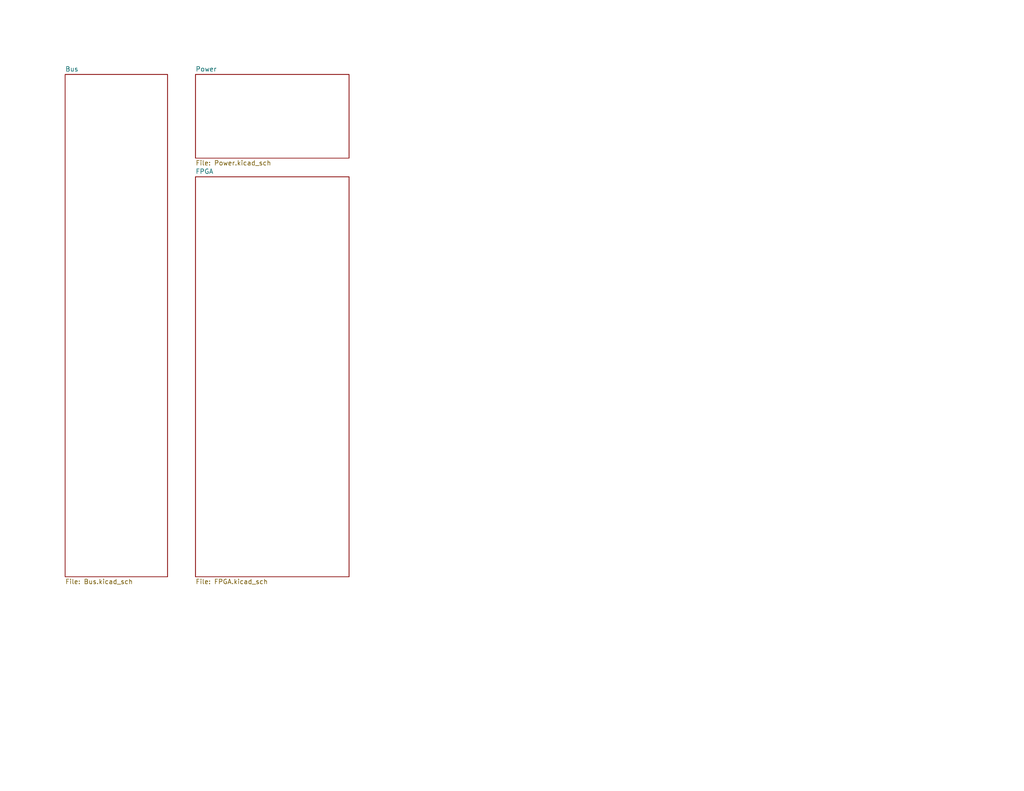
<source format=kicad_sch>
(kicad_sch (version 20230121) (generator eeschema)

  (uuid a29f8df0-3fae-4edf-8d9c-bd5a875b13e3)

  (paper "USLetter")

  (title_block
    (title "GR8RAM")
    (date "2021-04-20")
    (rev "1.9")
    (company "Garrett's Workshop")
  )

  

  (junction (at 200.66 281.94) (diameter 0) (color 0 0 0 0)
    (uuid 022502e0-e724-4b75-bc35-3c5984dbeb76)
  )
  (junction (at 215.9 419.1) (diameter 0) (color 0 0 0 0)
    (uuid 0574ead9-c97d-4623-bfce-05918c671434)
  )
  (junction (at 133.35 438.15) (diameter 0) (color 0 0 0 0)
    (uuid 05e45f00-3c6b-4c0c-9ffb-3fe26fcda007)
  )
  (junction (at 208.28 271.78) (diameter 0) (color 0 0 0 0)
    (uuid 065b9982-55f2-4822-977e-07e8a06e7b35)
  )
  (junction (at 208.28 281.94) (diameter 0) (color 0 0 0 0)
    (uuid 08ec951f-e7eb-41cf-9589-697107a98e88)
  )
  (junction (at 162.56 297.18) (diameter 0) (color 0 0 0 0)
    (uuid 09bbea88-8bd7-48ec-baae-1b4a9a11a40e)
  )
  (junction (at 177.8 292.1) (diameter 0) (color 0 0 0 0)
    (uuid 0a5610bb-d01a-4417-8271-dc424dd2c838)
  )
  (junction (at 160.02 415.29) (diameter 0) (color 0 0 0 0)
    (uuid 0af14add-69db-4bbc-863b-57cd4ea4b4d9)
  )
  (junction (at 129.54 295.91) (diameter 0) (color 0 0 0 0)
    (uuid 0af547ec-eee6-476e-af87-c786d9f47a00)
  )
  (junction (at 231.14 297.18) (diameter 0) (color 0 0 0 0)
    (uuid 0f0f7bb5-ade7-4a81-82b4-43be6a8ad05c)
  )
  (junction (at 162.56 292.1) (diameter 0) (color 0 0 0 0)
    (uuid 0fb27e11-fde6-4a25-adbb-e9684771b369)
  )
  (junction (at 200.66 292.1) (diameter 0) (color 0 0 0 0)
    (uuid 10b20c6b-8045-46d1-a965-0d7dd9a1b5fa)
  )
  (junction (at 173.99 389.89) (diameter 0) (color 0 0 0 0)
    (uuid 14c795df-aab8-4df7-9833-510e4e7ffbfa)
  )
  (junction (at 218.44 276.86) (diameter 0) (color 0 0 0 0)
    (uuid 19515fa4-c166-4b6e-837d-c01a89e98000)
  )
  (junction (at 173.99 400.05) (diameter 0) (color 0 0 0 0)
    (uuid 1c2981e6-4cfb-49fa-8502-ed5dbe50a42b)
  )
  (junction (at 223.52 292.1) (diameter 0) (color 0 0 0 0)
    (uuid 2102c637-9f11-48f1-aae6-b4139dc22be2)
  )
  (junction (at 83.82 417.83) (diameter 0) (color 0 0 0 0)
    (uuid 21bb3858-c99e-4e2e-a484-1ac78e30f262)
  )
  (junction (at 251.46 358.14) (diameter 0) (color 0 0 0 0)
    (uuid 2202ac55-b0e4-40e0-936d-095933b85013)
  )
  (junction (at 228.6 271.78) (diameter 0) (color 0 0 0 0)
    (uuid 29987966-1d19-4068-93f6-a61cdfb40ffa)
  )
  (junction (at 104.14 448.31) (diameter 0) (color 0 0 0 0)
    (uuid 2dc66f7e-d85d-4081-ae71-fd8851d6aeda)
  )
  (junction (at 154.94 297.18) (diameter 0) (color 0 0 0 0)
    (uuid 2f3fba7a-cf45-4bd8-9035-07e6fa0b4732)
  )
  (junction (at 215.9 353.06) (diameter 0) (color 0 0 0 0)
    (uuid 2fb39a58-280c-4fac-b6f4-ddac6c578c6d)
  )
  (junction (at 114.3 295.91) (diameter 0) (color 0 0 0 0)
    (uuid 3482ebab-de6b-4124-a130-8c58501b60ff)
  )
  (junction (at 231.14 281.94) (diameter 0) (color 0 0 0 0)
    (uuid 34ce7009-187e-4541-a14e-708b3a2903d9)
  )
  (junction (at 215.9 292.1) (diameter 0) (color 0 0 0 0)
    (uuid 3656bb3f-f8a4-4f3a-8e9a-ec6203c87a56)
  )
  (junction (at 116.84 417.83) (diameter 0) (color 0 0 0 0)
    (uuid 3796e73c-5f72-4089-8859-be8de6dd2b50)
  )
  (junction (at 238.76 297.18) (diameter 0) (color 0 0 0 0)
    (uuid 3a1a39fc-8030-4c93-9d9c-d79ba6824099)
  )
  (junction (at 121.92 295.91) (diameter 0) (color 0 0 0 0)
    (uuid 3a4d4166-1849-4975-8425-ef9f8979a9d1)
  )
  (junction (at 147.32 292.1) (diameter 0) (color 0 0 0 0)
    (uuid 3c3e06bd-c8bb-4ec8-84e0-f7f9437909b3)
  )
  (junction (at 170.18 281.94) (diameter 0) (color 0 0 0 0)
    (uuid 3e87b259-dfc1-4885-8dcf-7e7ae39674ed)
  )
  (junction (at 223.52 281.94) (diameter 0) (color 0 0 0 0)
    (uuid 3fa05934-8ad1-40a9-af5c-98ad298eb412)
  )
  (junction (at 185.42 297.18) (diameter 0) (color 0 0 0 0)
    (uuid 4160bbf7-ffff-4c5c-a647-5ee58ddecf06)
  )
  (junction (at 109.22 295.91) (diameter 0) (color 0 0 0 0)
    (uuid 41a63b0e-07b3-4322-8d47-d26fe258be94)
  )
  (junction (at 238.76 287.02) (diameter 0) (color 0 0 0 0)
    (uuid 41c18011-40db-4384-9ba4-c0158d0d9d6a)
  )
  (junction (at 251.46 353.06) (diameter 0) (color 0 0 0 0)
    (uuid 42c7c30c-1ead-4a53-b975-e7b49076ccb1)
  )
  (junction (at 231.14 292.1) (diameter 0) (color 0 0 0 0)
    (uuid 4346fe55-f906-453a-b81a-1c013104a598)
  )
  (junction (at 236.22 419.1) (diameter 0) (color 0 0 0 0)
    (uuid 43e38e41-3832-4a70-8ea8-5168eb56a6cf)
  )
  (junction (at 154.94 292.1) (diameter 0) (color 0 0 0 0)
    (uuid 456c5e47-d71e-4708-b061-1e61634d8648)
  )
  (junction (at 210.82 403.86) (diameter 0) (color 0 0 0 0)
    (uuid 492df57f-02f0-409d-9ffe-16ab629fc085)
  )
  (junction (at 215.9 287.02) (diameter 0) (color 0 0 0 0)
    (uuid 49fec31e-3712-4229-8142-b191d90a97d0)
  )
  (junction (at 129.54 417.83) (diameter 0) (color 0 0 0 0)
    (uuid 51a11d73-6276-410b-b91f-01014a23ca4d)
  )
  (junction (at 198.12 403.86) (diameter 0) (color 0 0 0 0)
    (uuid 54c1bf8c-8de5-48cf-9f8b-fddf42428951)
  )
  (junction (at 162.56 287.02) (diameter 0) (color 0 0 0 0)
    (uuid 56d2bc5d-fd72-4542-ab0f-053a5fd60efa)
  )
  (junction (at 220.98 403.86) (diameter 0) (color 0 0 0 0)
    (uuid 57c202ed-f619-4dec-a721-a156ee15f46a)
  )
  (junction (at 154.94 281.94) (diameter 0) (color 0 0 0 0)
    (uuid 58cc7831-f944-4d33-8c61-2fd5bebc61e0)
  )
  (junction (at 220.98 398.78) (diameter 0) (color 0 0 0 0)
    (uuid 5be2e384-1b78-4207-b331-6a517c91efc6)
  )
  (junction (at 147.32 281.94) (diameter 0) (color 0 0 0 0)
    (uuid 5eedf685-0df3-4da8-aded-0e6ed1cb2507)
  )
  (junction (at 35.56 387.35) (diameter 0) (color 0 0 0 0)
    (uuid 637f12be-fa48-4ce4-96b2-04c21a8795c8)
  )
  (junction (at 228.6 276.86) (diameter 0) (color 0 0 0 0)
    (uuid 6474aa6c-825c-4f0f-9938-759b68df02a5)
  )
  (junction (at 200.66 287.02) (diameter 0) (color 0 0 0 0)
    (uuid 66ca01b3-51ff-4294-9b77-4492e98f6aec)
  )
  (junction (at 238.76 276.86) (diameter 0) (color 0 0 0 0)
    (uuid 6ba19f6c-fa3a-4bf3-8c57-119de0f02b65)
  )
  (junction (at 127 417.83) (diameter 0) (color 0 0 0 0)
    (uuid 6cdf1849-f861-46c8-82aa-5e1b8872ee9b)
  )
  (junction (at 220.98 393.7) (diameter 0) (color 0 0 0 0)
    (uuid 6d6a53f1-6ba8-44d3-91fa-35914a7bb7b8)
  )
  (junction (at 185.42 287.02) (diameter 0) (color 0 0 0 0)
    (uuid 72366acb-6c86-4134-89df-01ed6e4dc8e0)
  )
  (junction (at 185.42 281.94) (diameter 0) (color 0 0 0 0)
    (uuid 7274c82d-0cb9-47de-b093-7d848f491410)
  )
  (junction (at 185.42 292.1) (diameter 0) (color 0 0 0 0)
    (uuid 7582a530-a952-46c1-b7eb-75006524ba29)
  )
  (junction (at 167.64 415.29) (diameter 0) (color 0 0 0 0)
    (uuid 76038b6b-c16b-4e38-a4b1-d98aada5b15d)
  )
  (junction (at 127 295.91) (diameter 0) (color 0 0 0 0)
    (uuid 7b2b3a00-209d-43ea-b85f-57a3eb70652d)
  )
  (junction (at 48.26 415.29) (diameter 0) (color 0 0 0 0)
    (uuid 7f56ef8b-26af-4dd6-a203-42b3d447d5c8)
  )
  (junction (at 111.76 295.91) (diameter 0) (color 0 0 0 0)
    (uuid 812c41d0-3c49-4189-bd21-ddc868bd5578)
  )
  (junction (at 246.38 419.1) (diameter 0) (color 0 0 0 0)
    (uuid 814d3b28-0204-4dec-9d6b-622b0cd3c006)
  )
  (junction (at 121.92 417.83) (diameter 0) (color 0 0 0 0)
    (uuid 8605baf3-e300-4281-879a-95a6f7e635bd)
  )
  (junction (at 231.14 287.02) (diameter 0) (color 0 0 0 0)
    (uuid 87ba184f-bff5-4989-8217-6af375cc3dd8)
  )
  (junction (at 208.28 287.02) (diameter 0) (color 0 0 0 0)
    (uuid 8b3ba7fc-20b6-43c4-a020-80151e1caecc)
  )
  (junction (at 170.18 297.18) (diameter 0) (color 0 0 0 0)
    (uuid 8b963561-586b-4575-b721-87e7914602c6)
  )
  (junction (at 208.28 297.18) (diameter 0) (color 0 0 0 0)
    (uuid 8e697b96-cf4c-43ef-b321-8c2422b088bf)
  )
  (junction (at 172.72 306.07) (diameter 0) (color 0 0 0 0)
    (uuid 8fc062a7-114d-48eb-a8f8-71128838f380)
  )
  (junction (at 215.9 350.52) (diameter 0) (color 0 0 0 0)
    (uuid 9163e0aa-9bd5-43b7-8f6b-c4178f34809d)
  )
  (junction (at 226.06 419.1) (diameter 0) (color 0 0 0 0)
    (uuid 916f6bde-da79-40c8-a931-bb4032dc3c4c)
  )
  (junction (at 55.88 420.37) (diameter 0) (color 0 0 0 0)
    (uuid 972cec60-c4fa-4f5f-b40a-5acc2057b402)
  )
  (junction (at 223.52 355.6) (diameter 0) (color 0 0 0 0)
    (uuid 9dca402b-a088-4cb5-a21b-303a75c1f58a)
  )
  (junction (at 223.52 287.02) (diameter 0) (color 0 0 0 0)
    (uuid 9e2492fd-e074-42db-8129-fe39460dc1e0)
  )
  (junction (at 215.9 414.02) (diameter 0) (color 0 0 0 0)
    (uuid a27221b2-ab09-4f07-8337-6282f4e1b105)
  )
  (junction (at 170.18 287.02) (diameter 0) (color 0 0 0 0)
    (uuid a2a0f5cc-b5aa-4e3e-8d85-23bdc2f59aec)
  )
  (junction (at 215.9 281.94) (diameter 0) (color 0 0 0 0)
    (uuid a3fab380-991d-404b-95d5-1c209b047b6e)
  )
  (junction (at 116.84 295.91) (diameter 0) (color 0 0 0 0)
    (uuid aef94c24-f706-4860-9e40-ee370b770eb4)
  )
  (junction (at 198.12 396.24) (diameter 0) (color 0 0 0 0)
    (uuid afb9e7c3-c294-40e2-9651-42d04b9d20a0)
  )
  (junction (at 124.46 295.91) (diameter 0) (color 0 0 0 0)
    (uuid b03e076e-38fa-472d-96b3-b3e870318e10)
  )
  (junction (at 143.51 438.15) (diameter 0) (color 0 0 0 0)
    (uuid b45059f3-613f-4b7a-a70a-ed75a9e941e6)
  )
  (junction (at 226.06 414.02) (diameter 0) (color 0 0 0 0)
    (uuid b4ec5d28-e44e-4b1d-8fce-af6680395762)
  )
  (junction (at 177.8 287.02) (diameter 0) (color 0 0 0 0)
    (uuid b66b83a0-313f-4b03-b851-c6e9577a6eb7)
  )
  (junction (at 177.8 415.29) (diameter 0) (color 0 0 0 0)
    (uuid b7ffb207-42ca-4f52-833f-197285109ea6)
  )
  (junction (at 238.76 281.94) (diameter 0) (color 0 0 0 0)
    (uuid b853d9ac-7829-468f-99ac-dc9996502e94)
  )
  (junction (at 170.18 292.1) (diameter 0) (color 0 0 0 0)
    (uuid b8c8c7a1-d546-4878-9de9-463ec76dff98)
  )
  (junction (at 166.37 394.97) (diameter 0) (color 0 0 0 0)
    (uuid b94d02b0-2ff4-453c-9596-0e7fb88688f3)
  )
  (junction (at 251.46 355.6) (diameter 0) (color 0 0 0 0)
    (uuid b960c6a1-87ff-4eaa-8f35-c475545cc9f6)
  )
  (junction (at 132.08 417.83) (diameter 0) (color 0 0 0 0)
    (uuid b99cfcdb-4ce1-4889-9e52-2f89f6b3283f)
  )
  (junction (at 162.56 281.94) (diameter 0) (color 0 0 0 0)
    (uuid ba116096-3ccc-4cc8-a185-5325439e4e24)
  )
  (junction (at 195.58 403.86) (diameter 0) (color 0 0 0 0)
    (uuid bf683e38-8427-49a2-82c3-9c2967959581)
  )
  (junction (at 124.46 417.83) (diameter 0) (color 0 0 0 0)
    (uuid c12a4a85-725f-4ef4-9b93-9653d563ef6a)
  )
  (junction (at 119.38 295.91) (diameter 0) (color 0 0 0 0)
    (uuid c13d2950-0e5e-4a95-bd4b-4418403675ff)
  )
  (junction (at 223.52 297.18) (diameter 0) (color 0 0 0 0)
    (uuid c7cd39db-931a-4d86-96b8-57e6b39f58f9)
  )
  (junction (at 119.38 417.83) (diameter 0) (color 0 0 0 0)
    (uuid ca54ee95-39dd-438f-a692-40661623ce78)
  )
  (junction (at 251.46 347.98) (diameter 0) (color 0 0 0 0)
    (uuid cd68396f-ae2b-4e8f-8460-e7162ceff9c4)
  )
  (junction (at 172.72 364.49) (diameter 0) (color 0 0 0 0)
    (uuid d0cd3439-276c-41ba-b38d-f84f6da38415)
  )
  (junction (at 154.94 287.02) (diameter 0) (color 0 0 0 0)
    (uuid d45d1afe-78e6-4045-862c-b274469da903)
  )
  (junction (at 193.04 281.94) (diameter 0) (color 0 0 0 0)
    (uuid d655bb0a-cbf9-4908-ad60-7024ff468fbd)
  )
  (junction (at 208.28 292.1) (diameter 0) (color 0 0 0 0)
    (uuid d68dca9b-48b3-498b-9b5f-3b3838250f82)
  )
  (junction (at 177.8 281.94) (diameter 0) (color 0 0 0 0)
    (uuid dad2f9a9-292b-4f7e-9524-a263f3c1ba74)
  )
  (junction (at 193.04 287.02) (diameter 0) (color 0 0 0 0)
    (uuid de552ae9-cde6-4643-8cc7-9de2579dadae)
  )
  (junction (at 246.38 287.02) (diameter 0) (color 0 0 0 0)
    (uuid e07e1653-d05d-4bf2-bea3-6515a06de065)
  )
  (junction (at 177.8 297.18) (diameter 0) (color 0 0 0 0)
    (uuid e4504518-96e7-4c9e-8457-7273f5a490f1)
  )
  (junction (at 238.76 373.38) (diameter 0) (color 0 0 0 0)
    (uuid e8311bde-56f1-401f-8602-43d13b506c53)
  )
  (junction (at 215.9 297.18) (diameter 0) (color 0 0 0 0)
    (uuid eb6a726e-fed9-4891-95fa-b4d4a5f77b35)
  )
  (junction (at 223.52 358.14) (diameter 0) (color 0 0 0 0)
    (uuid f1e78464-1694-4e6e-ad6f-bce31c768c51)
  )
  (junction (at 193.04 292.1) (diameter 0) (color 0 0 0 0)
    (uuid f503ea07-bcf1-4924-930a-6f7e9cd312f8)
  )
  (junction (at 215.9 345.44) (diameter 0) (color 0 0 0 0)
    (uuid f5e805b2-69c7-460b-a25d-72eee2ee5e02)
  )
  (junction (at 200.66 297.18) (diameter 0) (color 0 0 0 0)
    (uuid f6a3288e-9575-42bb-af05-a920d59aded8)
  )
  (junction (at 205.74 414.02) (diameter 0) (color 0 0 0 0)
    (uuid f7cccdea-05fc-4a7d-ae4b-c29b48b5690e)
  )
  (junction (at 193.04 297.18) (diameter 0) (color 0 0 0 0)
    (uuid fe6d9604-2924-4f38-950b-a31e8a281973)
  )

  (no_connect (at 22.86 425.45) (uuid 015f5586-ba76-4a98-9114-f5cd2c67134d))
  (no_connect (at 22.86 384.81) (uuid 1cb22080-0f59-4c18-a6e6-8685ef44ec53))
  (no_connect (at 35.56 425.45) (uuid 541721d1-074b-496e-a833-813044b3e8ca))
  (no_connect (at 248.92 391.16) (uuid 69ce1fe5-5b07-4c1e-9573-9f7e51ac24a2))
  (no_connect (at 205.74 391.16) (uuid 77beb1ec-2bbe-4e44-aa24-f1f51a388d8a))
  (no_connect (at 35.56 382.27) (uuid 8bdea5f6-7a53-427a-92b8-fd15994c2e8c))
  (no_connect (at 35.56 384.81) (uuid a599509f-fbb9-4db4-9adf-9e96bab1138d))
  (no_connect (at 248.92 388.62) (uuid e4dc6831-ebd2-46fd-a5c1-9f58bbd20525))
  (no_connect (at 248.92 393.7) (uuid e6a79f5d-ed04-4d48-924f-b023bbd07ca1))

  (bus_entry (at 83.82 331.47) (size -2.54 2.54)
    (stroke (width 0) (type default))
    (uuid 008da5b9-6f95-4113-b7d0-d93ac62efd33)
  )
  (bus_entry (at 45.72 334.01) (size -2.54 2.54)
    (stroke (width 0) (type default))
    (uuid 009b5465-0a65-4237-93e7-eb65321eeb18)
  )
  (bus_entry (at 45.72 336.55) (size -2.54 2.54)
    (stroke (width 0) (type default))
    (uuid 00f3ea8b-8a54-4e56-84ff-d98f6c00496c)
  )
  (bus_entry (at 15.24 351.79) (size 2.54 -2.54)
    (stroke (width 0) (type default))
    (uuid 014d13cd-26ad-4d0e-86ad-a43b541cab14)
  )
  (bus_entry (at 81.28 354.33) (size 2.54 -2.54)
    (stroke (width 0) (type default))
    (uuid 04cf2f2c-74bf-400d-b4f6-201720df00ed)
  )
  (bus_entry (at 48.26 364.49) (size -2.54 -2.54)
    (stroke (width 0) (type default))
    (uuid 0a1a4d88-972a-46ce-b25e-6cb796bd41f7)
  )
  (bus_entry (at 81.28 394.97) (size 2.54 -2.54)
    (stroke (width 0) (type default))
    (uuid 0ceb97d6-1b0f-4b71-921e-b0955c30c998)
  )
  (bus_entry (at 83.82 318.77) (size -2.54 2.54)
    (stroke (width 0) (type default))
    (uuid 0fafc6b9-fd35-4a55-9270-7a8e7ce3cb13)
  )
  (bus_entry (at 45.72 351.79) (size -2.54 2.54)
    (stroke (width 0) (type default))
    (uuid 1199146e-a60b-416a-b503-e77d6d2892f9)
  )
  (bus_entry (at 81.28 397.51) (size 2.54 -2.54)
    (stroke (width 0) (type default))
    (uuid 1241b7f2-e266-4f5c-8a97-9f0f9d0eef37)
  )
  (bus_entry (at 81.28 382.27) (size 2.54 -2.54)
    (stroke (width 0) (type default))
    (uuid 18c61c95-8af1-4986-b67e-c7af9c15ab6b)
  )
  (bus_entry (at 45.72 377.19) (size 2.54 2.54)
    (stroke (width 0) (type default))
    (uuid 18d11f32-e1a6-4f29-8e3c-0bfeb07299bd)
  )
  (bus_entry (at 81.28 351.79) (size 2.54 -2.54)
    (stroke (width 0) (type default))
    (uuid 1bdd5841-68b7-42e2-9447-cbdb608d8a08)
  )
  (bus_entry (at 45.72 331.47) (size -2.54 2.54)
    (stroke (width 0) (type default))
    (uuid 221bef83-3ea7-4d3f-adeb-53a8a07c6273)
  )
  (bus_entry (at 83.82 321.31) (size -2.54 2.54)
    (stroke (width 0) (type default))
    (uuid 27b2eb82-662b-42d8-90e6-830fec4bb8d2)
  )
  (bus_entry (at 81.28 359.41) (size 2.54 -2.54)
    (stroke (width 0) (type default))
    (uuid 2878a73c-5447-4cd9-8194-14f52ab9459c)
  )
  (bus_entry (at 86.36 318.77) (size -2.54 -2.54)
    (stroke (width 0) (type default))
    (uuid 29126f72-63f7-4275-8b12-6b96a71c6f17)
  )
  (bus_entry (at 45.72 326.39) (size 2.54 2.54)
    (stroke (width 0) (type default))
    (uuid 29bb7297-26fb-4776-9266-2355d022bab0)
  )
  (bus_entry (at 91.44 311.15) (size -2.54 -2.54)
    (stroke (width 0) (type default))
    (uuid 2ea8fa6f-efc3-40fe-bcf9-05bfa46ead4f)
  )
  (bus_entry (at 48.26 349.25) (size -2.54 -2.54)
    (stroke (width 0) (type default))
    (uuid 30c33e3e-fb78-498d-bffe-76273d527004)
  )
  (bus_entry (at 86.36 364.49) (size -2.54 -2.54)
    (stroke (width 0) (type default))
    (uuid 3249bd81-9fd4-4194-9b4f-2e333b2195b8)
  )
  (bus_entry (at 81.28 387.35) (size 2.54 -2.54)
    (stroke (width 0) (type default))
    (uuid 35ef9c4a-35f6-467b-a704-b1d9354880cf)
  )
  (bus_entry (at 45.72 331.47) (size 2.54 2.54)
    (stroke (width 0) (type default))
    (uuid 36d783e7-096f-4c97-9672-7e08c083b87b)
  )
  (bus_entry (at 15.24 361.95) (size 2.54 -2.54)
    (stroke (width 0) (type default))
    (uuid 443bc73a-8dc0-4e2f-a292-a5eff00efa5b)
  )
  (bus_entry (at 81.28 361.95) (size 2.54 -2.54)
    (stroke (width 0) (type default))
    (uuid 44646447-0a8e-4aec-a74e-22bf765d0f33)
  )
  (bus_entry (at 45.72 361.95) (size -2.54 2.54)
    (stroke (width 0) (type default))
    (uuid 477892a1-722e-4cda-bb6c-fcdb8ba5f93e)
  )
  (bus_entry (at 45.72 356.87) (size -2.54 2.54)
    (stroke (width 0) (type default))
    (uuid 479331ff-c540-41f4-84e6-b48d65171e59)
  )
  (bus_entry (at 45.72 326.39) (size -2.54 2.54)
    (stroke (width 0) (type default))
    (uuid 4ba06b66-7669-4c70-b585-f5d4c9c33527)
  )
  (bus_entry (at 45.72 318.77) (size 2.54 2.54)
    (stroke (width 0) (type default))
    (uuid 4c843bdb-6c9e-40dd-85e2-0567846e18ba)
  )
  (bus_entry (at 45.72 339.09) (size -2.54 2.54)
    (stroke (width 0) (type default))
    (uuid 4d586a18-26c5-441e-a9ff-8125ee516126)
  )
  (bus_entry (at 81.28 382.27) (size 2.54 -2.54)
    (stroke (width 0) (type default))
    (uuid 4e27930e-1827-4788-aa6b-487321d46602)
  )
  (bus_entry (at 48.26 356.87) (size -2.54 -2.54)
    (stroke (width 0) (type default))
    (uuid 57276367-9ce4-4738-88d7-6e8cb94c966c)
  )
  (bus_entry (at 48.26 351.79) (size -2.54 -2.54)
    (stroke (width 0) (type default))
    (uuid 5b0a5a46-7b51-4262-a80e-d33dd1806615)
  )
  (bus_entry (at 83.82 328.93) (size -2.54 2.54)
    (stroke (width 0) (type default))
    (uuid 5d3d7893-1d11-4f1d-9052-85cf0e07d281)
  )
  (bus_entry (at 45.72 313.69) (size 2.54 2.54)
    (stroke (width 0) (type default))
    (uuid 60aa0ce8-9d0e-48ca-bbf9-866403979e9b)
  )
  (bus_entry (at 45.72 349.25) (size -2.54 2.54)
    (stroke (width 0) (type default))
    (uuid 60ff6322-62e2-4602-9bc0-7a0f0a5ecfbf)
  )
  (bus_entry (at 81.28 379.73) (size 2.54 -2.54)
    (stroke (width 0) (type default))
    (uuid 6241e6d3-a754-45b6-9f7c-e43019b93226)
  )
  (bus_entry (at 45.72 374.65) (size 2.54 2.54)
    (stroke (width 0) (type default))
    (uuid 6325c32f-c82a-4357-b022-f9c7e76f412e)
  )
  (bus_entry (at 15.24 356.87) (size 2.54 -2.54)
    (stroke (width 0) (type default))
    (uuid 633292d3-80c5-4986-be82-ce926e9f09f4)
  )
  (bus_entry (at 83.82 346.71) (size -2.54 2.54)
    (stroke (width 0) (type default))
    (uuid 63c56ea4-91a3-4172-b9de-a4388cc8f894)
  )
  (bus_entry (at 83.82 316.23) (size -2.54 2.54)
    (stroke (width 0) (type default))
    (uuid 66218487-e316-4467-9eba-79d4626ab24e)
  )
  (bus_entry (at 45.72 384.81) (size 2.54 2.54)
    (stroke (width 0) (type default))
    (uuid 6afc19cf-38b4-47a3-bc2b-445b18724310)
  )
  (bus_entry (at 45.72 316.23) (size 2.54 2.54)
    (stroke (width 0) (type default))
    (uuid 6ffdf05e-e119-49f9-85e9-13e4901df42a)
  )
  (bus_entry (at 86.36 359.41) (size -2.54 -2.54)
    (stroke (width 0) (type default))
    (uuid 718e5c6d-0e4c-46d8-a149-2f2bfc54c7f1)
  )
  (bus_entry (at 45.72 321.31) (size 2.54 2.54)
    (stroke (width 0) (type default))
    (uuid 72b36951-3ec7-4569-9c88-cf9b4afe1cae)
  )
  (bus_entry (at 15.24 354.33) (size 2.54 -2.54)
    (stroke (width 0) (type default))
    (uuid 7744b6ee-910d-401d-b730-65c35d3d8092)
  )
  (bus_entry (at 83.82 326.39) (size -2.54 2.54)
    (stroke (width 0) (type default))
    (uuid 79476267-290e-445f-995b-0afd0e11a4b5)
  )
  (bus_entry (at 15.24 367.03) (size 2.54 -2.54)
    (stroke (width 0) (type default))
    (uuid 83021f70-e61e-4ad3-bae7-b9f02b28be4f)
  )
  (bus_entry (at 45.72 382.27) (size 2.54 2.54)
    (stroke (width 0) (type default))
    (uuid 84d296ba-3d39-4264-ad19-947f90c54396)
  )
  (bus_entry (at 83.82 323.85) (size -2.54 2.54)
    (stroke (width 0) (type default))
    (uuid 8b290a17-6328-4178-9131-29524d345539)
  )
  (bus_entry (at 86.36 326.39) (size -2.54 -2.54)
    (stroke (width 0) (type default))
    (uuid 8d063f79-9282-4820-bcf4-1ff3c006cf08)
  )
  (bus_entry (at 45.72 341.63) (size -2.54 2.54)
    (stroke (width 0) (type default))
    (uuid 9186fd02-f30d-4e17-aa38-378ab73e3908)
  )
  (bus_entry (at 81.28 356.87) (size 2.54 -2.54)
    (stroke (width 0) (type default))
    (uuid 955cc99e-a129-42cf-abc7-aa99813fdb5f)
  )
  (bus_entry (at 86.36 321.31) (size -2.54 -2.54)
    (stroke (width 0) (type default))
    (uuid 9da1ace0-4181-4f12-80f8-16786a9e5c07)
  )
  (bus_entry (at 86.36 367.03) (size -2.54 -2.54)
    (stroke (width 0) (type default))
    (uuid 9e0e6fc0-a269-4822-b93d-4c5e6689ff11)
  )
  (bus_entry (at 15.24 349.25) (size 2.54 -2.54)
    (stroke (width 0) (type default))
    (uuid a25b7e01-1754-4cc9-8a14-3d9c461e5af5)
  )
  (bus_entry (at 81.28 392.43) (size 2.54 -2.54)
    (stroke (width 0) (type default))
    (uuid a7f25f41-0b4c-4430-b6cd-b2160b2db099)
  )
  (bus_entry (at 45.72 379.73) (size 2.54 2.54)
    (stroke (width 0) (type default))
    (uuid a90361cd-254c-4d27-ae1f-9a6c85bafe28)
  )
  (bus_entry (at 45.72 344.17) (size -2.54 2.54)
    (stroke (width 0) (type default))
    (uuid aa130053-a451-4f12-97f7-3d4d891a5f83)
  )
  (bus_entry (at 83.82 334.01) (size -2.54 2.54)
    (stroke (width 0) (type default))
    (uuid aeb03be9-98f0-43f6-9432-1bb35aa04bab)
  )
  (bus_entry (at 86.36 316.23) (size -2.54 -2.54)
    (stroke (width 0) (type default))
    (uuid af186015-d283-4209-aade-a247e5de01df)
  )
  (bus_entry (at 45.72 359.41) (size -2.54 2.54)
    (stroke (width 0) (type default))
    (uuid b09666f9-12f1-4ee9-8877-2292c94258ca)
  )
  (bus_entry (at 45.72 328.93) (size -2.54 2.54)
    (stroke (width 0) (type default))
    (uuid b52d6ff3-fef1-496e-8dd5-ebb89b6bce6a)
  )
  (bus_entry (at 81.28 389.89) (size 2.54 -2.54)
    (stroke (width 0) (type default))
    (uuid b8b961e9-8a60-45fc-999a-a7a3baff4e0d)
  )
  (bus_entry (at 45.72 323.85) (size -2.54 2.54)
    (stroke (width 0) (type default))
    (uuid bc0dbc57-3ae8-4ce5-a05c-2d6003bba475)
  )
  (bus_entry (at 48.26 359.41) (size -2.54 -2.54)
    (stroke (width 0) (type default))
    (uuid bdf40d30-88ff-4479-bad1-69529464b61b)
  )
  (bus_entry (at 81.28 367.03) (size 2.54 -2.54)
    (stroke (width 0) (type default))
    (uuid c25449d6-d734-4953-b762-98f82a830248)
  )
  (bus_entry (at 48.26 346.71) (size -2.54 -2.54)
    (stroke (width 0) (type default))
    (uuid c3b3d7f4-943f-4cff-b180-87ef3e1bcbff)
  )
  (bus_entry (at 81.28 384.81) (size 2.54 -2.54)
    (stroke (width 0) (type default))
    (uuid c8a44971-63c1-4a19-879d-b6647b2dc08d)
  )
  (bus_entry (at 45.72 392.43) (size 2.54 2.54)
    (stroke (width 0) (type default))
    (uuid c8a7af6e-c432-4fa3-91ee-c8bf0c5a9ebe)
  )
  (bus_entry (at 48.26 361.95) (size -2.54 -2.54)
    (stroke (width 0) (type default))
    (uuid c9b9e62d-dede-4d1a-9a05-275614f8bdb2)
  )
  (bus_entry (at 45.72 328.93) (size 2.54 2.54)
    (stroke (width 0) (type default))
    (uuid cb6062da-8dcd-4826-92fd-4071e9e97213)
  )
  (bus_entry (at 86.36 361.95) (size -2.54 -2.54)
    (stroke (width 0) (type default))
    (uuid cbde200f-1075-469a-89f8-abbdcf30e36a)
  )
  (bus_entry (at 45.72 354.33) (size -2.54 2.54)
    (stroke (width 0) (type default))
    (uuid cc15f583-a41b-43af-ba94-a75455506a96)
  )
  (bus_entry (at 15.24 364.49) (size 2.54 -2.54)
    (stroke (width 0) (type default))
    (uuid cc75e5ae-3348-4e7a-bd16-4df685ee47bd)
  )
  (bus_entry (at 45.72 389.89) (size 2.54 2.54)
    (stroke (width 0) (type default))
    (uuid d01102e9-b170-4eb1-a0a4-9a31feb850b7)
  )
  (bus_entry (at 81.28 364.49) (size 2.54 -2.54)
    (stroke (width 0) (type default))
    (uuid d7e4abd8-69f5-4706-b12e-898194e5bf56)
  )
  (bus_entry (at 91.44 306.07) (size -2.54 -2.54)
    (stroke (width 0) (type default))
    (uuid da546d77-4b03-4562-8fc6-837fd68e7691)
  )
  (bus_entry (at 15.24 359.41) (size 2.54 -2.54)
    (stroke (width 0) (type default))
    (uuid dda1e6ca-91ec-4136-b90b-3c54d79454b9)
  )
  (bus_entry (at 91.44 308.61) (size -2.54 -2.54)
    (stroke (width 0) (type default))
    (uuid e2fac877-439c-4da0-af2e-5fdc70f85d42)
  )
  (bus_entry (at 48.26 354.33) (size -2.54 -2.54)
    (stroke (width 0) (type default))
    (uuid e5217a0c-7f55-4c30-adda-7f8d95709d1b)
  )
  (bus_entry (at 45.72 346.71) (size -2.54 2.54)
    (stroke (width 0) (type default))
    (uuid e7369115-d491-4ef3-be3d-f5298992c3e8)
  )
  (bus_entry (at 45.72 323.85) (size 2.54 2.54)
    (stroke (width 0) (type default))
    (uuid eb8d02e9-145c-465d-b6a8-bae84d47a94b)
  )
  (bus_entry (at 81.28 379.73) (size 2.54 -2.54)
    (stroke (width 0) (type default))
    (uuid f357ddb5-3f44-43b0-b00d-d64f5c62ba4a)
  )
  (bus_entry (at 86.36 354.33) (size -2.54 -2.54)
    (stroke (width 0) (type default))
    (uuid f50dae73-c5b5-475d-ac8c-5b555be54fa3)
  )
  (bus_entry (at 45.72 387.35) (size 2.54 2.54)
    (stroke (width 0) (type default))
    (uuid fe14c012-3d58-4e5e-9a37-4b9765a7f764)
  )

  (wire (pts (xy 172.72 364.49) (xy 172.72 361.95))
    (stroke (width 0) (type default))
    (uuid 00e38d63-5436-49db-81f5-697421f168fc)
  )
  (wire (pts (xy 48.26 318.77) (xy 55.88 318.77))
    (stroke (width 0) (type default))
    (uuid 011ee658-718d-416a-85fd-961729cd1ee5)
  )
  (wire (pts (xy 248.92 398.78) (xy 259.08 398.78))
    (stroke (width 0) (type default))
    (uuid 0141e6dd-5a17-4349-81db-4eebc647842a)
  )
  (wire (pts (xy 177.8 422.91) (xy 177.8 420.37))
    (stroke (width 0) (type default))
    (uuid 015dd894-d1a8-42e3-baa5-7001cd041c42)
  )
  (wire (pts (xy 215.9 281.94) (xy 223.52 281.94))
    (stroke (width 0) (type default))
    (uuid 044de712-d3da-40ed-9c9f-d91ef285c74c)
  )
  (wire (pts (xy 208.28 271.78) (xy 218.44 271.78))
    (stroke (width 0) (type default))
    (uuid 046ca2d8-3ca1-4c64-8090-c45e9adcf30e)
  )
  (wire (pts (xy 215.9 414.02) (xy 226.06 414.02))
    (stroke (width 0) (type default))
    (uuid 05154e2c-6f3f-40ed-b1c8-eed4491d35ec)
  )
  (wire (pts (xy 35.56 356.87) (xy 43.18 356.87))
    (stroke (width 0) (type default))
    (uuid 0520f61d-4522-4301-a3fa-8ed0bf060f69)
  )
  (wire (pts (xy 38.1 433.07) (xy 34.29 433.07))
    (stroke (width 0) (type default))
    (uuid 0554bea0-89b2-4e25-9ea3-4c73921c94cb)
  )
  (bus (pts (xy 45.72 356.87) (xy 45.72 359.41))
    (stroke (width 0) (type default))
    (uuid 06aa4d63-54fd-4ea9-bc14-d46ce29463e8)
  )

  (wire (pts (xy 228.6 386.08) (xy 205.74 386.08))
    (stroke (width 0) (type default))
    (uuid 073c293a-7874-45dd-90d6-20486cc7f507)
  )
  (wire (pts (xy 259.08 386.08) (xy 248.92 386.08))
    (stroke (width 0) (type default))
    (uuid 0754c838-f2d8-4483-b77d-9a576742a6db)
  )
  (wire (pts (xy 193.04 297.18) (xy 200.66 297.18))
    (stroke (width 0) (type default))
    (uuid 082aed28-f9e8-49e7-96ee-b5aa9f0319c7)
  )
  (wire (pts (xy 35.56 308.61) (xy 48.26 308.61))
    (stroke (width 0) (type default))
    (uuid 08e9d48e-adbe-4c01-902b-5b78b63c53c4)
  )
  (bus (pts (xy 83.82 334.01) (xy 83.82 346.71))
    (stroke (width 0) (type default))
    (uuid 09021c9d-fb5f-49e1-ba7c-c21435e561a6)
  )

  (wire (pts (xy 215.9 287.02) (xy 223.52 287.02))
    (stroke (width 0) (type default))
    (uuid 0b110cbc-e477-4bdc-9c81-26a3d588d354)
  )
  (wire (pts (xy 17.78 349.25) (xy 22.86 349.25))
    (stroke (width 0) (type default))
    (uuid 0cbeb329-a88d-4a47-a5c2-a1d693de2f8c)
  )
  (bus (pts (xy 45.72 349.25) (xy 45.72 351.79))
    (stroke (width 0) (type default))
    (uuid 0db3a4ae-3ea3-4c7e-8e92-2deac5406ee4)
  )
  (bus (pts (xy 83.82 323.85) (xy 83.82 326.39))
    (stroke (width 0) (type default))
    (uuid 0e1dff80-5beb-4f26-bd8b-beb7d6138194)
  )
  (bus (pts (xy 45.72 354.33) (xy 45.72 356.87))
    (stroke (width 0) (type default))
    (uuid 0e827e9d-19d0-4830-adee-e829669aa4c6)
  )
  (bus (pts (xy 15.24 367.03) (xy 15.24 372.11))
    (stroke (width 0) (type default))
    (uuid 0fa50f25-2088-41a0-bcf9-363465cb9c86)
  )

  (wire (pts (xy 86.36 326.39) (xy 95.25 326.39))
    (stroke (width 0) (type default))
    (uuid 0ff398d7-e6e2-4972-a7a4-438407886f34)
  )
  (bus (pts (xy 88.9 303.53) (xy 88.9 306.07))
    (stroke (width 0) (type default))
    (uuid 10fa1a8c-62cb-4b8f-b916-b18d737ff71b)
  )

  (wire (pts (xy 76.2 397.51) (xy 81.28 397.51))
    (stroke (width 0) (type default))
    (uuid 12a24e86-2c38-4685-bba9-fff8dddb4cb0)
  )
  (wire (pts (xy 35.56 341.63) (xy 43.18 341.63))
    (stroke (width 0) (type default))
    (uuid 143ed874-a01f-4ced-ba4e-bbb66ddd1f70)
  )
  (wire (pts (xy 86.36 364.49) (xy 95.25 364.49))
    (stroke (width 0) (type default))
    (uuid 1527299a-08b3-47c3-929f-a75c83be365e)
  )
  (wire (pts (xy 91.44 306.07) (xy 95.25 306.07))
    (stroke (width 0) (type default))
    (uuid 153169ce-9fac-4868-bc4e-e1381c5bb726)
  )
  (wire (pts (xy 154.94 292.1) (xy 162.56 292.1))
    (stroke (width 0) (type default))
    (uuid 162e5bdd-61a8-46a3-8485-826b5d58e1a1)
  )
  (wire (pts (xy 208.28 297.18) (xy 215.9 297.18))
    (stroke (width 0) (type default))
    (uuid 165f4d8d-26a9-4cf2-a8d6-9936cd983be4)
  )
  (wire (pts (xy 86.36 321.31) (xy 95.25 321.31))
    (stroke (width 0) (type default))
    (uuid 18dee026-9999-4f10-8c36-736131349406)
  )
  (wire (pts (xy 223.52 340.36) (xy 215.9 340.36))
    (stroke (width 0) (type default))
    (uuid 1919a9c0-0608-4577-b6cc-18c1380acd83)
  )
  (wire (pts (xy 36.83 398.78) (xy 31.75 398.78))
    (stroke (width 0) (type default))
    (uuid 1ea2df57-2388-4266-88b5-b3d427c2b43b)
  )
  (wire (pts (xy 48.26 354.33) (xy 55.88 354.33))
    (stroke (width 0) (type default))
    (uuid 1f9ae101-c652-4998-a503-17aedf3d5746)
  )
  (wire (pts (xy 251.46 355.6) (xy 243.84 355.6))
    (stroke (width 0) (type default))
    (uuid 1ff0fbeb-1836-41e0-9cde-5d13ab18f4d0)
  )
  (bus (pts (xy 83.82 326.39) (xy 83.82 328.93))
    (stroke (width 0) (type default))
    (uuid 2003b036-8b3c-4aca-b184-4e1151380b3d)
  )

  (wire (pts (xy 223.52 287.02) (xy 231.14 287.02))
    (stroke (width 0) (type default))
    (uuid 2028d85e-9e27-4758-8c0b-559fad072813)
  )
  (wire (pts (xy 76.2 361.95) (xy 81.28 361.95))
    (stroke (width 0) (type default))
    (uuid 2035ea48-3ef5-4d7f-8c3c-50981b30c89a)
  )
  (wire (pts (xy 91.44 311.15) (xy 95.25 311.15))
    (stroke (width 0) (type default))
    (uuid 2276ec6c-cdcc-4369-86b4-8267d991001e)
  )
  (wire (pts (xy 30.48 441.96) (xy 35.56 441.96))
    (stroke (width 0) (type default))
    (uuid 22962957-1efd-404d-83db-5b233b6c15b0)
  )
  (wire (pts (xy 48.26 389.89) (xy 55.88 389.89))
    (stroke (width 0) (type default))
    (uuid 22bb6c80-05a9-4d89-98b0-f4c23fe6c1ce)
  )
  (wire (pts (xy 215.9 345.44) (xy 223.52 345.44))
    (stroke (width 0) (type default))
    (uuid 24cfa1e0-7a43-4915-b146-645a75f8586e)
  )
  (wire (pts (xy 210.82 393.7) (xy 210.82 398.78))
    (stroke (width 0) (type default))
    (uuid 25c2a9e9-94e3-452a-b7b8-e49cb3d1b344)
  )
  (wire (pts (xy 215.9 292.1) (xy 223.52 292.1))
    (stroke (width 0) (type default))
    (uuid 272c2a78-b5f5-4b61-aed3-ec69e0e92729)
  )
  (wire (pts (xy 226.06 419.1) (xy 236.22 419.1))
    (stroke (width 0) (type default))
    (uuid 2749c108-61a3-4750-863e-ab29183e0e5c)
  )
  (bus (pts (xy 45.72 336.55) (xy 45.72 339.09))
    (stroke (width 0) (type default))
    (uuid 27d14751-8ad8-40f8-9089-3e1fa7b928f0)
  )

  (wire (pts (xy 35.56 349.25) (xy 43.18 349.25))
    (stroke (width 0) (type default))
    (uuid 2891767f-251c-48c4-91c0-deb1b368f45c)
  )
  (wire (pts (xy 231.14 287.02) (xy 238.76 287.02))
    (stroke (width 0) (type default))
    (uuid 291935ec-f8ff-41f0-8717-e68b8af7b8c1)
  )
  (wire (pts (xy 83.82 410.21) (xy 76.2 410.21))
    (stroke (width 0) (type default))
    (uuid 294507f3-d0d1-468d-9e03-27f13bb86d67)
  )
  (bus (pts (xy 83.82 346.71) (xy 83.82 349.25))
    (stroke (width 0) (type default))
    (uuid 2b838b29-91e5-4403-94ec-fc802981d71e)
  )

  (wire (pts (xy 210.82 403.86) (xy 198.12 403.86))
    (stroke (width 0) (type default))
    (uuid 2d098b67-ae21-4793-acbe-72ad54e99dfc)
  )
  (wire (pts (xy 48.26 384.81) (xy 55.88 384.81))
    (stroke (width 0) (type default))
    (uuid 2db910a0-b943-40b4-b81f-068ba5265f56)
  )
  (wire (pts (xy 81.28 280.67) (xy 78.74 280.67))
    (stroke (width 0) (type default))
    (uuid 2e0a9f64-1b78-4597-8d50-d12d2268a95a)
  )
  (wire (pts (xy 76.2 367.03) (xy 81.28 367.03))
    (stroke (width 0) (type default))
    (uuid 2e90e294-82e1-45da-9bf1-b91dfe0dc8f6)
  )
  (wire (pts (xy 238.76 287.02) (xy 246.38 287.02))
    (stroke (width 0) (type default))
    (uuid 2ec9be40-1d5a-4e2d-8a4d-4be2d3c079d5)
  )
  (wire (pts (xy 215.9 281.94) (xy 208.28 281.94))
    (stroke (width 0) (type default))
    (uuid 2eea20e6-112c-411a-b615-885ae773135a)
  )
  (wire (pts (xy 128.27 438.15) (xy 133.35 438.15))
    (stroke (width 0) (type default))
    (uuid 2fb9964c-4cd4-4e81-b5e8-f78759d3adb5)
  )
  (wire (pts (xy 236.22 414.02) (xy 226.06 414.02))
    (stroke (width 0) (type default))
    (uuid 30aa1306-1265-4560-b59e-d79ae9a12ee3)
  )
  (bus (pts (xy 83.82 384.81) (xy 83.82 387.35))
    (stroke (width 0) (type default))
    (uuid 3146f40a-80f4-4c3b-9be4-8dd47844df7c)
  )

  (wire (pts (xy 147.32 297.18) (xy 154.94 297.18))
    (stroke (width 0) (type default))
    (uuid 319c683d-aed6-4e7d-aee2-ff9871746d52)
  )
  (wire (pts (xy 215.9 353.06) (xy 215.9 355.6))
    (stroke (width 0) (type default))
    (uuid 31af5896-2af7-4e2f-bfde-8a03290d9955)
  )
  (wire (pts (xy 162.56 287.02) (xy 170.18 287.02))
    (stroke (width 0) (type default))
    (uuid 31bfc3e7-147b-4531-a0c5-e3a305c1647d)
  )
  (wire (pts (xy 78.74 372.11) (xy 81.28 372.11))
    (stroke (width 0) (type default))
    (uuid 348dc703-3cab-4547-b664-e8b335a6083c)
  )
  (bus (pts (xy 45.72 323.85) (xy 45.72 326.39))
    (stroke (width 0) (type default))
    (uuid 3594873d-d94b-4e9e-b5b1-5b1442595696)
  )

  (wire (pts (xy 236.22 373.38) (xy 238.76 373.38))
    (stroke (width 0) (type default))
    (uuid 35c47f3e-0382-4ff5-84aa-00d9fa2bd26e)
  )
  (wire (pts (xy 83.82 417.83) (xy 83.82 410.21))
    (stroke (width 0) (type default))
    (uuid 35fcd5fb-d4ca-4d5f-b6c8-601921f5157c)
  )
  (wire (pts (xy 185.42 281.94) (xy 193.04 281.94))
    (stroke (width 0) (type default))
    (uuid 363189af-2faa-46a4-b025-5a779d801f2e)
  )
  (wire (pts (xy 185.42 287.02) (xy 193.04 287.02))
    (stroke (width 0) (type default))
    (uuid 37657eee-b379-4145-b65d-79c82b53e49e)
  )
  (bus (pts (xy 83.82 331.47) (xy 83.82 334.01))
    (stroke (width 0) (type default))
    (uuid 38245fc1-692f-48ac-9b95-5dcdd53bb2cc)
  )

  (wire (pts (xy 177.8 281.94) (xy 185.42 281.94))
    (stroke (width 0) (type default))
    (uuid 386faf3f-2adf-472a-84bf-bd511edf2429)
  )
  (wire (pts (xy 76.2 328.93) (xy 81.28 328.93))
    (stroke (width 0) (type default))
    (uuid 3b686d17-1000-4762-ba31-589d599a3edf)
  )
  (bus (pts (xy 83.82 318.77) (xy 83.82 321.31))
    (stroke (width 0) (type default))
    (uuid 3b853872-c4b2-4105-bd4b-c660ed233e20)
  )
  (bus (pts (xy 83.82 349.25) (xy 83.82 351.79))
    (stroke (width 0) (type default))
    (uuid 3c59d496-929c-4866-a736-85d5ef79b78e)
  )

  (wire (pts (xy 48.26 311.15) (xy 35.56 311.15))
    (stroke (width 0) (type default))
    (uuid 3c66e6e2-f12d-4b23-910e-e478d272dfd5)
  )
  (wire (pts (xy 48.26 415.29) (xy 55.88 415.29))
    (stroke (width 0) (type default))
    (uuid 3c91a809-f896-42bb-99ee-ff3e65e94d07)
  )
  (wire (pts (xy 114.3 295.91) (xy 116.84 295.91))
    (stroke (width 0) (type default))
    (uuid 3d443708-4375-4d1b-b927-b7011402d994)
  )
  (wire (pts (xy 76.2 392.43) (xy 81.28 392.43))
    (stroke (width 0) (type default))
    (uuid 3e0392c0-affc-4114-9de5-1f1cfe79418a)
  )
  (wire (pts (xy 215.9 297.18) (xy 223.52 297.18))
    (stroke (width 0) (type default))
    (uuid 3f2a6679-91d7-4b6c-bf5c-c4d5abb2bc44)
  )
  (wire (pts (xy 48.26 379.73) (xy 55.88 379.73))
    (stroke (width 0) (type default))
    (uuid 3f8a5430-68a9-4732-9b89-4e00dd8ae219)
  )
  (wire (pts (xy 133.35 438.15) (xy 143.51 438.15))
    (stroke (width 0) (type default))
    (uuid 40b38567-9d6a-4691-bccf-1b4dbe39957b)
  )
  (wire (pts (xy 35.56 359.41) (xy 43.18 359.41))
    (stroke (width 0) (type default))
    (uuid 411d4270-c66c-4318-b7fb-1470d34862b8)
  )
  (wire (pts (xy 48.26 394.97) (xy 55.88 394.97))
    (stroke (width 0) (type default))
    (uuid 42ff012d-5eb7-42b9-bb45-415cf26799c6)
  )
  (bus (pts (xy 83.82 377.19) (xy 83.82 379.73))
    (stroke (width 0) (type default))
    (uuid 43f341b3-06e9-4e7a-a26e-5365b89d76bf)
  )
  (bus (pts (xy 83.82 359.41) (xy 83.82 361.95))
    (stroke (width 0) (type default))
    (uuid 45790863-58e3-47e1-82a9-3311e184debd)
  )

  (wire (pts (xy 20.32 422.91) (xy 22.86 422.91))
    (stroke (width 0) (type default))
    (uuid 46cbe85d-ff47-428e-b187-4ebd50a66e0c)
  )
  (wire (pts (xy 160.02 422.91) (xy 165.1 422.91))
    (stroke (width 0) (type default))
    (uuid 488a9e29-dc24-4901-a1b8-7f3e25c5e081)
  )
  (wire (pts (xy 22.86 441.96) (xy 22.86 439.42))
    (stroke (width 0) (type default))
    (uuid 49002987-98d6-4eb9-b756-b20046cbeff0)
  )
  (wire (pts (xy 231.14 281.94) (xy 238.76 281.94))
    (stroke (width 0) (type default))
    (uuid 49a65079-57a9-46fc-8711-1d7f2cab8dbf)
  )
  (bus (pts (xy 83.82 361.95) (xy 83.82 364.49))
    (stroke (width 0) (type default))
    (uuid 4a43c2ae-511e-4d31-8344-6a916e9b4647)
  )

  (wire (pts (xy 50.8 283.21) (xy 55.88 283.21))
    (stroke (width 0) (type default))
    (uuid 4a54c707-7b6f-4a3d-a74d-5e3526114aba)
  )
  (bus (pts (xy 83.82 311.15) (xy 88.9 311.15))
    (stroke (width 0) (type default))
    (uuid 4a78ecab-c555-4fdf-88bf-248e41738afd)
  )

  (wire (pts (xy 116.84 295.91) (xy 119.38 295.91))
    (stroke (width 0) (type default))
    (uuid 4c456534-0c84-4245-9440-00096d8ad854)
  )
  (bus (pts (xy 15.24 349.25) (xy 15.24 351.79))
    (stroke (width 0) (type default))
    (uuid 4d51bc15-1f84-46be-8e16-e836b10f854e)
  )
  (bus (pts (xy 15.24 351.79) (xy 15.24 354.33))
    (stroke (width 0) (type default))
    (uuid 4d5b5acb-5815-4167-8685-dd6668c837fe)
  )

  (wire (pts (xy 228.6 276.86) (xy 238.76 276.86))
    (stroke (width 0) (type default))
    (uuid 5099f397-6fe7-454f-899c-34e2b5f22ca7)
  )
  (bus (pts (xy 83.82 313.69) (xy 83.82 316.23))
    (stroke (width 0) (type default))
    (uuid 51152442-ab32-4b3f-888d-08979e9813e7)
  )
  (bus (pts (xy 45.72 346.71) (xy 45.72 349.25))
    (stroke (width 0) (type default))
    (uuid 518dedf8-1fa8-4d20-96f6-9f614a19ef78)
  )

  (wire (pts (xy 121.92 295.91) (xy 124.46 295.91))
    (stroke (width 0) (type default))
    (uuid 52a75d98-8557-404b-94ac-e3e45e8e4a4a)
  )
  (wire (pts (xy 226.06 403.86) (xy 220.98 403.86))
    (stroke (width 0) (type default))
    (uuid 53bdd7ea-3337-4cc8-9967-9fe07dbfb58a)
  )
  (bus (pts (xy 45.72 382.27) (xy 45.72 384.81))
    (stroke (width 0) (type default))
    (uuid 54987869-31c3-4a07-9dfa-baffc5294665)
  )

  (wire (pts (xy 228.6 388.62) (xy 205.74 388.62))
    (stroke (width 0) (type default))
    (uuid 5538797f-684e-46f9-bfcb-ac7088a9d333)
  )
  (wire (pts (xy 76.2 318.77) (xy 81.28 318.77))
    (stroke (width 0) (type default))
    (uuid 5701b80f-f006-4814-81c9-0c7f006088a9)
  )
  (wire (pts (xy 86.36 367.03) (xy 95.25 367.03))
    (stroke (width 0) (type default))
    (uuid 58a87288-e2bf-4c88-9871-a753efc69e9d)
  )
  (wire (pts (xy 166.37 400.05) (xy 173.99 400.05))
    (stroke (width 0) (type default))
    (uuid 58aa1634-81ea-441c-ba8c-ac2eb2dfedef)
  )
  (wire (pts (xy 48.26 316.23) (xy 55.88 316.23))
    (stroke (width 0) (type default))
    (uuid 593b8647-0095-46cc-ba23-3cf2a86edb5e)
  )
  (wire (pts (xy 223.52 355.6) (xy 223.52 358.14))
    (stroke (width 0) (type default))
    (uuid 59cfad3a-5be1-4c29-a999-9ca10a6d9e74)
  )
  (wire (pts (xy 200.66 297.18) (xy 208.28 297.18))
    (stroke (width 0) (type default))
    (uuid 59f60168-cced-43c9-aaa5-41a1a8a2f631)
  )
  (bus (pts (xy 83.82 328.93) (xy 83.82 331.47))
    (stroke (width 0) (type default))
    (uuid 5b34b011-d722-453c-956e-3018c966e116)
  )

  (wire (pts (xy 48.26 356.87) (xy 55.88 356.87))
    (stroke (width 0) (type default))
    (uuid 5c30b9b4-3014-4f50-9329-27a539b67e01)
  )
  (wire (pts (xy 251.46 347.98) (xy 243.84 347.98))
    (stroke (width 0) (type default))
    (uuid 5ca84eb4-6855-4d14-80e1-f3087024c3b6)
  )
  (wire (pts (xy 218.44 396.24) (xy 198.12 396.24))
    (stroke (width 0) (type default))
    (uuid 5ceed240-6910-4ebc-9ab9-5e73f0c7005c)
  )
  (wire (pts (xy 238.76 297.18) (xy 231.14 297.18))
    (stroke (width 0) (type default))
    (uuid 5e6153e6-2c19-46de-9a8e-b310a2a07861)
  )
  (wire (pts (xy 218.44 342.9) (xy 223.52 342.9))
    (stroke (width 0) (type default))
    (uuid 5eb1069a-8aab-4a56-8d1b-1aebe81fa50d)
  )
  (wire (pts (xy 38.1 382.27) (xy 35.56 379.73))
    (stroke (width 0) (type default))
    (uuid 5f31b97b-d794-46d6-bbd9-7a5638bcf704)
  )
  (wire (pts (xy 41.91 377.19) (xy 35.56 377.19))
    (stroke (width 0) (type default))
    (uuid 5ff19d63-2cb4-438b-93c4-e66d37a05329)
  )
  (wire (pts (xy 158.75 389.89) (xy 166.37 389.89))
    (stroke (width 0) (type default))
    (uuid 5ffef8ff-e012-44f2-8f4c-cdb8169618b8)
  )
  (wire (pts (xy 243.84 337.82) (xy 251.46 337.82))
    (stroke (width 0) (type default))
    (uuid 604e3a10-a8b2-4d3c-980b-5f58c606f166)
  )
  (wire (pts (xy 41.91 377.19) (xy 41.91 387.35))
    (stroke (width 0) (type default))
    (uuid 616287d9-a51f-498c-8b91-be46a0aa3a7f)
  )
  (bus (pts (xy 45.72 379.73) (xy 45.72 382.27))
    (stroke (width 0) (type default))
    (uuid 630631f2-80a4-431a-8668-641e61361415)
  )

  (wire (pts (xy 248.92 340.36) (xy 243.84 340.36))
    (stroke (width 0) (type default))
    (uuid 63691879-f530-4431-9de4-6f4e763858c5)
  )
  (bus (pts (xy 15.24 356.87) (xy 15.24 359.41))
    (stroke (width 0) (type default))
    (uuid 636f1d33-6937-48b5-a3b2-7c6eee4be461)
  )

  (wire (pts (xy 185.42 297.18) (xy 193.04 297.18))
    (stroke (width 0) (type default))
    (uuid 645bdbdc-8f65-42ef-a021-2d3e7d74a739)
  )
  (wire (pts (xy 76.2 394.97) (xy 81.28 394.97))
    (stroke (width 0) (type default))
    (uuid 6513181c-0a6a-4560-9a18-17450c36ae2a)
  )
  (wire (pts (xy 218.44 347.98) (xy 223.52 347.98))
    (stroke (width 0) (type default))
    (uuid 663bc7ef-d8d8-47a6-95e8-e42143f10810)
  )
  (wire (pts (xy 76.2 323.85) (xy 81.28 323.85))
    (stroke (width 0) (type default))
    (uuid 66bc2bca-dab7-4947-a0ff-403cdaf9fb89)
  )
  (wire (pts (xy 35.56 339.09) (xy 43.18 339.09))
    (stroke (width 0) (type default))
    (uuid 699feae1-8cdd-4d2b-947f-f24849c73cdb)
  )
  (wire (pts (xy 78.74 346.71) (xy 76.2 346.71))
    (stroke (width 0) (type default))
    (uuid 6a2bcc72-047b-4846-8583-1109e3552669)
  )
  (wire (pts (xy 154.94 287.02) (xy 162.56 287.02))
    (stroke (width 0) (type default))
    (uuid 6ae963fb-e34f-4e11-9adf-78839a5b2ef1)
  )
  (wire (pts (xy 17.78 361.95) (xy 22.86 361.95))
    (stroke (width 0) (type default))
    (uuid 6d0c9e39-9878-44c8-8283-9a59e45006fa)
  )
  (bus (pts (xy 45.72 318.77) (xy 45.72 321.31))
    (stroke (width 0) (type default))
    (uuid 6f087b71-3534-4c93-b174-cedaa211facf)
  )

  (wire (pts (xy 39.37 382.27) (xy 38.1 382.27))
    (stroke (width 0) (type default))
    (uuid 701e1517-e8cf-46f4-b538-98e721c97380)
  )
  (wire (pts (xy 35.56 344.17) (xy 43.18 344.17))
    (stroke (width 0) (type default))
    (uuid 71f92193-19b0-44ed-bc7f-77535083d769)
  )
  (wire (pts (xy 48.26 334.01) (xy 55.88 334.01))
    (stroke (width 0) (type default))
    (uuid 72508b1f-1505-46cb-9d37-2081c5a12aca)
  )
  (wire (pts (xy 208.28 292.1) (xy 215.9 292.1))
    (stroke (width 0) (type default))
    (uuid 74855e0d-40e4-4940-a544-edae9207b2ea)
  )
  (wire (pts (xy 162.56 281.94) (xy 170.18 281.94))
    (stroke (width 0) (type default))
    (uuid 7668b629-abd6-4e14-be84-df90ae487fc6)
  )
  (wire (pts (xy 78.74 341.63) (xy 78.74 346.71))
    (stroke (width 0) (type default))
    (uuid 775e8983-a723-43c5-bf00-61681f0840f3)
  )
  (wire (pts (xy 35.56 364.49) (xy 43.18 364.49))
    (stroke (width 0) (type default))
    (uuid 795e68e2-c9ba-45cf-9bff-89b8fae05b5a)
  )
  (wire (pts (xy 76.2 359.41) (xy 81.28 359.41))
    (stroke (width 0) (type default))
    (uuid 7a2f50f6-0c99-4e8d-9c2a-8f2f961d2e6d)
  )
  (wire (pts (xy 48.26 326.39) (xy 55.88 326.39))
    (stroke (width 0) (type default))
    (uuid 7a74c4b1-6243-4a12-85a2-bc41d346e7aa)
  )
  (wire (pts (xy 127 295.91) (xy 129.54 295.91))
    (stroke (width 0) (type default))
    (uuid 7adb2997-1fe0-419a-84ce-e382a71f8cab)
  )
  (wire (pts (xy 17.78 359.41) (xy 22.86 359.41))
    (stroke (width 0) (type default))
    (uuid 7c411b3e-aca2-424f-b644-2d21c9d80fa7)
  )
  (wire (pts (xy 215.9 345.44) (xy 215.9 350.52))
    (stroke (width 0) (type default))
    (uuid 7cc2c8b3-3635-4576-baf3-d958f698f387)
  )
  (wire (pts (xy 76.2 384.81) (xy 81.28 384.81))
    (stroke (width 0) (type default))
    (uuid 7d0dab95-9e7a-486e-a1d7-fc48860fd57d)
  )
  (wire (pts (xy 48.26 321.31) (xy 55.88 321.31))
    (stroke (width 0) (type default))
    (uuid 7d76d925-f900-42af-a03f-bb32d2381b09)
  )
  (bus (pts (xy 45.72 341.63) (xy 45.72 344.17))
    (stroke (width 0) (type default))
    (uuid 7dab1c48-2db3-41ff-9544-ed253612fab8)
  )

  (wire (pts (xy 205.74 414.02) (xy 215.9 414.02))
    (stroke (width 0) (type default))
    (uuid 7ec5bb99-ccb2-4c9f-8e60-6ad9e78fbdc2)
  )
  (wire (pts (xy 170.18 281.94) (xy 177.8 281.94))
    (stroke (width 0) (type default))
    (uuid 7f064424-06a6-4f5b-87d6-1970ae527766)
  )
  (wire (pts (xy 78.74 311.15) (xy 78.74 316.23))
    (stroke (width 0) (type default))
    (uuid 7f9683c1-2203-43df-8fa1-719a0dc360df)
  )
  (wire (pts (xy 48.26 377.19) (xy 55.88 377.19))
    (stroke (width 0) (type default))
    (uuid 802c2dc3-ca9f-491e-9d66-7893e89ac34c)
  )
  (wire (pts (xy 228.6 375.92) (xy 226.06 375.92))
    (stroke (width 0) (type default))
    (uuid 8036ef4a-1586-45f3-bab7-76e2e39ad74d)
  )
  (wire (pts (xy 17.78 354.33) (xy 22.86 354.33))
    (stroke (width 0) (type default))
    (uuid 810ed4ff-ffe2-4032-9af6-fb5ada3bae5b)
  )
  (bus (pts (xy 45.72 387.35) (xy 45.72 389.89))
    (stroke (width 0) (type default))
    (uuid 814d0842-0441-4379-b585-a39b2a5f7729)
  )

  (wire (pts (xy 162.56 297.18) (xy 170.18 297.18))
    (stroke (width 0) (type default))
    (uuid 82204892-ec79-4d38-a593-52fb9a9b4b87)
  )
  (wire (pts (xy 48.26 349.25) (xy 55.88 349.25))
    (stroke (width 0) (type default))
    (uuid 88cb65f4-7e9e-44eb-8692-3b6e2e788a94)
  )
  (bus (pts (xy 45.72 384.81) (xy 45.72 387.35))
    (stroke (width 0) (type default))
    (uuid 8905f389-265b-40f7-9e5b-31ba212922eb)
  )

  (wire (pts (xy 236.22 419.1) (xy 246.38 419.1))
    (stroke (width 0) (type default))
    (uuid 891af2e6-803b-4ff9-a7d5-2e63632a2a90)
  )
  (bus (pts (xy 45.72 389.89) (xy 45.72 392.43))
    (stroke (width 0) (type default))
    (uuid 893885bd-ce08-4a08-a285-c01011b15d68)
  )

  (wire (pts (xy 173.99 389.89) (xy 181.61 389.89))
    (stroke (width 0) (type default))
    (uuid 8942f6c2-ca1b-4eed-af87-b87da85e361c)
  )
  (bus (pts (xy 45.72 321.31) (xy 45.72 323.85))
    (stroke (width 0) (type default))
    (uuid 8960d3d5-822a-47fd-9f7a-9679e160a330)
  )
  (bus (pts (xy 45.72 326.39) (xy 45.72 328.93))
    (stroke (width 0) (type default))
    (uuid 8a01f664-a9db-40d1-8745-89f74b069e18)
  )

  (wire (pts (xy 48.26 415.29) (xy 48.26 417.83))
    (stroke (width 0) (type default))
    (uuid 8ad118fe-8ea2-4e62-8f0a-033b09d7bd6d)
  )
  (wire (pts (xy 251.46 347.98) (xy 251.46 353.06))
    (stroke (width 0) (type default))
    (uuid 8b455a0f-d17a-46de-ae39-e3af63d7574a)
  )
  (wire (pts (xy 76.2 382.27) (xy 81.28 382.27))
    (stroke (width 0) (type default))
    (uuid 8cd050d6-228c-4da0-9533-b4f8d14cfb34)
  )
  (wire (pts (xy 127 417.83) (xy 129.54 417.83))
    (stroke (width 0) (type default))
    (uuid 8e772d0e-0a06-45d9-a0f0-1fa35c9ca924)
  )
  (bus (pts (xy 45.72 351.79) (xy 45.72 354.33))
    (stroke (width 0) (type default))
    (uuid 8e8dd6e2-0760-450a-b3b5-baaab08ea631)
  )

  (wire (pts (xy 30.48 441.96) (xy 30.48 439.42))
    (stroke (width 0) (type default))
    (uuid 8eb98c56-17e4-4de6-a3e3-06dcfa392040)
  )
  (wire (pts (xy 251.46 375.92) (xy 251.46 381))
    (stroke (width 0) (type default))
    (uuid 8f8cae94-3af8-4c4b-9fcf-ef5bd12dacd3)
  )
  (wire (pts (xy 35.56 361.95) (xy 43.18 361.95))
    (stroke (width 0) (type default))
    (uuid 8fcec304-c6b1-4655-8326-beacd0476953)
  )
  (wire (pts (xy 177.8 422.91) (xy 185.42 422.91))
    (stroke (width 0) (type default))
    (uuid 91321993-eba6-499b-b2b4-aad1265d4a3a)
  )
  (wire (pts (xy 172.72 306.07) (xy 172.72 308.61))
    (stroke (width 0) (type default))
    (uuid 917920ab-0c6e-4927-974d-ef342cdd4f63)
  )
  (wire (pts (xy 76.2 326.39) (xy 81.28 326.39))
    (stroke (width 0) (type default))
    (uuid 9286cf02-1563-41d2-9931-c192c33bab31)
  )
  (wire (pts (xy 147.32 281.94) (xy 154.94 281.94))
    (stroke (width 0) (type default))
    (uuid 92a23ed4-a5ea-4cea-bc33-0a83191a0d32)
  )
  (bus (pts (xy 83.82 382.27) (xy 83.82 384.81))
    (stroke (width 0) (type default))
    (uuid 936e9709-ea0d-41e8-980c-96f1c0577c46)
  )

  (wire (pts (xy 198.12 396.24) (xy 198.12 403.86))
    (stroke (width 0) (type default))
    (uuid 9495e638-44dd-43b6-9e5c-e625eb4f14c6)
  )
  (wire (pts (xy 76.2 349.25) (xy 81.28 349.25))
    (stroke (width 0) (type default))
    (uuid 94a10cae-6ef2-4b64-9d98-fb22aa3306cc)
  )
  (wire (pts (xy 76.2 354.33) (xy 81.28 354.33))
    (stroke (width 0) (type default))
    (uuid 9565d2ee-a4f1-4d08-b2c9-0264233a0d2b)
  )
  (wire (pts (xy 195.58 403.86) (xy 198.12 403.86))
    (stroke (width 0) (type default))
    (uuid 9685d887-5ad2-4177-b5e9-483529dd84ce)
  )
  (wire (pts (xy 48.26 382.27) (xy 55.88 382.27))
    (stroke (width 0) (type default))
    (uuid 96de0051-7945-413a-9219-1ab367546962)
  )
  (bus (pts (xy 88.9 311.15) (xy 88.9 308.61))
    (stroke (width 0) (type default))
    (uuid 97947b7a-c29c-44e4-abc5-a465201c2a8e)
  )
  (bus (pts (xy 83.82 356.87) (xy 83.82 359.41))
    (stroke (width 0) (type default))
    (uuid 9886ad43-0f0e-44df-9436-442bccd1eec1)
  )
  (bus (pts (xy 83.82 392.43) (xy 83.82 394.97))
    (stroke (width 0) (type default))
    (uuid 9890580c-c40f-4751-8e32-f937403c3be1)
  )
  (bus (pts (xy 45.72 377.19) (xy 45.72 379.73))
    (stroke (width 0) (type default))
    (uuid 996fba41-cee2-4fc9-9baa-3b07cc03b389)
  )

  (wire (pts (xy 48.26 359.41) (xy 55.88 359.41))
    (stroke (width 0) (type default))
    (uuid 9a2d648d-863a-4b7b-80f9-d537185c212b)
  )
  (wire (pts (xy 78.74 280.67) (xy 78.74 285.75))
    (stroke (width 0) (type default))
    (uuid 9aaeec6e-84fe-4644-b0bc-5de24626ff48)
  )
  (wire (pts (xy 121.92 417.83) (xy 124.46 417.83))
    (stroke (width 0) (type default))
    (uuid 9aff4bb3-34ba-4b65-a858-9c67baecd264)
  )
  (wire (pts (xy 143.51 346.71) (xy 158.75 346.71))
    (stroke (width 0) (type default))
    (uuid 9b48720e-95b7-47f0-a096-f91e6dbc2a06)
  )
  (wire (pts (xy 76.2 321.31) (xy 81.28 321.31))
    (stroke (width 0) (type default))
    (uuid 9b6bb172-1ac4-440a-ac75-c1917d9d59c7)
  )
  (wire (pts (xy 35.56 351.79) (xy 43.18 351.79))
    (stroke (width 0) (type default))
    (uuid 9bac9ad3-a7b9-47f0-87c7-d8630653df68)
  )
  (wire (pts (xy 243.84 345.44) (xy 248.92 345.44))
    (stroke (width 0) (type default))
    (uuid 9bb18ada-5c50-479f-a88a-06fcb6c726a8)
  )
  (wire (pts (xy 17.78 364.49) (xy 22.86 364.49))
    (stroke (width 0) (type default))
    (uuid 9c607e49-ee5c-4e85-a7da-6fede9912412)
  )
  (wire (pts (xy 218.44 337.82) (xy 223.52 337.82))
    (stroke (width 0) (type default))
    (uuid 9d183ba1-8516-4142-9d1b-04c30781a7fc)
  )
  (wire (pts (xy 119.38 417.83) (xy 121.92 417.83))
    (stroke (width 0) (type default))
    (uuid 9db482fe-779d-4465-ae56-dfbf60c55cd2)
  )
  (wire (pts (xy 177.8 415.29) (xy 187.96 415.29))
    (stroke (width 0) (type default))
    (uuid 9dbfc377-5851-4f0c-bc95-64baa708024f)
  )
  (wire (pts (xy 147.32 287.02) (xy 154.94 287.02))
    (stroke (width 0) (type default))
    (uuid 9de304ba-fba7-4896-b969-9d87a3522d74)
  )
  (bus (pts (xy 45.72 313.69) (xy 45.72 316.23))
    (stroke (width 0) (type default))
    (uuid 9e18f8b3-9e1a-4022-9224-10c12ca8a28d)
  )

  (wire (pts (xy 91.44 308.61) (xy 95.25 308.61))
    (stroke (width 0) (type default))
    (uuid 9e427954-2486-4c91-89b5-6af73a073442)
  )
  (wire (pts (xy 177.8 292.1) (xy 185.42 292.1))
    (stroke (width 0) (type default))
    (uuid 9f4abbc0-6ac3-48f0-b823-2c1c19349540)
  )
  (wire (pts (xy 228.6 271.78) (xy 238.76 271.78))
    (stroke (width 0) (type default))
    (uuid 9f95f1fc-aa31-4ce6-996a-4b385731d8eb)
  )
  (wire (pts (xy 193.04 281.94) (xy 200.66 281.94))
    (stroke (width 0) (type default))
    (uuid 9f969b13-1795-4747-8326-93bdc304ed56)
  )
  (wire (pts (xy 215.9 355.6) (xy 223.52 355.6))
    (stroke (width 0) (type default))
    (uuid 9fe85a70-b50e-4e61-ad5f-5fdb95c4b5c4)
  )
  (wire (pts (xy 81.28 341.63) (xy 78.74 341.63))
    (stroke (width 0) (type default))
    (uuid a0e7a81b-2259-4f8d-8368-ba75f2004714)
  )
  (wire (pts (xy 208.28 276.86) (xy 218.44 276.86))
    (stroke (width 0) (type default))
    (uuid a12b751e-ae7a-468c-af3d-31ed4d501b01)
  )
  (bus (pts (xy 45.72 374.65) (xy 45.72 377.19))
    (stroke (width 0) (type default))
    (uuid a2557724-90fa-40be-b27d-876976c66739)
  )
  (bus (pts (xy 83.82 321.31) (xy 83.82 323.85))
    (stroke (width 0) (type default))
    (uuid a2c5b768-9c13-43b5-a00f-122b7f97e9a1)
  )

  (wire (pts (xy 50.8 420.37) (xy 55.88 420.37))
    (stroke (width 0) (type default))
    (uuid a375cb60-a73c-42b5-bc41-de60c10388ad)
  )
  (wire (pts (xy 223.52 281.94) (xy 231.14 281.94))
    (stroke (width 0) (type default))
    (uuid a48f5fff-52e4-4ae8-8faa-7084c7ae8a28)
  )
  (wire (pts (xy 111.76 295.91) (xy 114.3 295.91))
    (stroke (width 0) (type default))
    (uuid a57d6daa-6f8f-4918-b317-109a6c1c62c9)
  )
  (wire (pts (xy 76.2 379.73) (xy 81.28 379.73))
    (stroke (width 0) (type default))
    (uuid a5be2cb8-c68d-4180-8412-69a6b4c5b1d4)
  )
  (wire (pts (xy 109.22 295.91) (xy 111.76 295.91))
    (stroke (width 0) (type default))
    (uuid a647641f-bf16-4177-91ee-b01f347ff91c)
  )
  (wire (pts (xy 50.8 313.69) (xy 55.88 313.69))
    (stroke (width 0) (type default))
    (uuid a67dbe3b-ec7d-4ea5-b0e5-715c5263d8da)
  )
  (wire (pts (xy 76.2 351.79) (xy 81.28 351.79))
    (stroke (width 0) (type default))
    (uuid a7fc0812-140f-4d96-9cd8-ead8c1c610b1)
  )
  (wire (pts (xy 48.26 407.67) (xy 48.26 415.29))
    (stroke (width 0) (type default))
    (uuid a91fb7b6-c528-41cb-a215-5f3b9ce08d1d)
  )
  (wire (pts (xy 86.36 361.95) (xy 95.25 361.95))
    (stroke (width 0) (type default))
    (uuid aa288a22-ea1d-474d-8dae-efe971580843)
  )
  (wire (pts (xy 160.02 415.29) (xy 167.64 415.29))
    (stroke (width 0) (type default))
    (uuid aa819557-aa23-4a99-a8d5-5caf66b3990e)
  )
  (wire (pts (xy 228.6 398.78) (xy 220.98 398.78))
    (stroke (width 0) (type default))
    (uuid ac693e47-ded4-4b93-968c-75356356373d)
  )
  (bus (pts (xy 83.82 316.23) (xy 83.82 318.77))
    (stroke (width 0) (type default))
    (uuid ada81143-ea66-42a6-b1ba-11b9aa4a2a66)
  )

  (wire (pts (xy 48.26 407.67) (xy 55.88 407.67))
    (stroke (width 0) (type default))
    (uuid adad86e0-0718-4abc-8da0-c8c918a9cdd4)
  )
  (wire (pts (xy 76.2 356.87) (xy 81.28 356.87))
    (stroke (width 0) (type default))
    (uuid ae0e6b31-27d7-4383-a4fc-7557b0a19382)
  )
  (wire (pts (xy 208.28 287.02) (xy 215.9 287.02))
    (stroke (width 0) (type default))
    (uuid ae8bb5ae-95ee-4e2d-8a0c-ae5b6149b4e3)
  )
  (wire (pts (xy 35.56 331.47) (xy 43.18 331.47))
    (stroke (width 0) (type default))
    (uuid af347946-e3da-4427-87ab-77b747929f50)
  )
  (bus (pts (xy 88.9 306.07) (xy 88.9 308.61))
    (stroke (width 0) (type default))
    (uuid af7cff00-e7cc-4759-9db8-72681c67917e)
  )

  (wire (pts (xy 78.74 316.23) (xy 76.2 316.23))
    (stroke (width 0) (type default))
    (uuid b0054ce1-b60e-41de-a6a2-bf712784dd39)
  )
  (wire (pts (xy 86.36 316.23) (xy 95.25 316.23))
    (stroke (width 0) (type default))
    (uuid b121f1ff-8472-460b-ab2d-5110ddd1ca28)
  )
  (wire (pts (xy 185.42 292.1) (xy 193.04 292.1))
    (stroke (width 0) (type default))
    (uuid b1ba92d5-0d41-4be9-b483-47d08dc1785d)
  )
  (bus (pts (xy 83.82 387.35) (xy 83.82 389.89))
    (stroke (width 0) (type default))
    (uuid b2552c89-d6e2-4329-a750-575614595c94)
  )

  (wire (pts (xy 76.2 336.55) (xy 81.28 336.55))
    (stroke (width 0) (type default))
    (uuid b287f145-851e-45cc-b200-e62677b551d5)
  )
  (wire (pts (xy 50.8 417.83) (xy 50.8 420.37))
    (stroke (width 0) (type default))
    (uuid b3ef7b5c-7aa5-4478-ab09-ff89f334dc63)
  )
  (wire (pts (xy 173.99 387.35) (xy 173.99 389.89))
    (stroke (width 0) (type default))
    (uuid b50d986e-1e8f-4550-aadc-8bfb7db58ce2)
  )
  (bus (pts (xy 15.24 359.41) (xy 15.24 361.95))
    (stroke (width 0) (type default))
    (uuid b554d09c-e37d-48d9-a2d6-1bb26fba0299)
  )

  (wire (pts (xy 187.96 422.91) (xy 187.96 420.37))
    (stroke (width 0) (type default))
    (uuid b5ba09aa-e6df-4218-be83-9e3f85753e75)
  )
  (wire (pts (xy 35.56 334.01) (xy 43.18 334.01))
    (stroke (width 0) (type default))
    (uuid b6cd701f-4223-4e72-a305-466869ccb250)
  )
  (wire (pts (xy 170.18 287.02) (xy 177.8 287.02))
    (stroke (width 0) (type default))
    (uuid b7c09c15-282b-4731-8942-008851172201)
  )
  (bus (pts (xy 45.72 331.47) (xy 45.72 334.01))
    (stroke (width 0) (type default))
    (uuid b869203c-fdc4-444a-aea1-443e8e3fc45e)
  )

  (wire (pts (xy 200.66 287.02) (xy 208.28 287.02))
    (stroke (width 0) (type default))
    (uuid b9d4de74-d246-495d-8b63-12ab2133d6d6)
  )
  (wire (pts (xy 76.2 364.49) (xy 81.28 364.49))
    (stroke (width 0) (type default))
    (uuid ba6fc20e-7eff-4d5f-81e4-d1fad93be155)
  )
  (bus (pts (xy 45.72 334.01) (xy 45.72 336.55))
    (stroke (width 0) (type default))
    (uuid ba92c38f-30a9-42e1-92e4-52962b9ac58d)
  )

  (wire (pts (xy 243.84 342.9) (xy 251.46 342.9))
    (stroke (width 0) (type default))
    (uuid badad14d-0a0a-4472-9683-57475395404c)
  )
  (wire (pts (xy 246.38 414.02) (xy 240.03 414.02))
    (stroke (width 0) (type default))
    (uuid bd638cc3-019e-4f1a-b770-a72feb35ee51)
  )
  (wire (pts (xy 53.34 397.51) (xy 55.88 397.51))
    (stroke (width 0) (type default))
    (uuid bde95c06-433a-4c03-bc48-e3abcdb4e054)
  )
  (wire (pts (xy 251.46 355.6) (xy 251.46 358.14))
    (stroke (width 0) (type default))
    (uuid be2853f6-14f7-4831-b5c3-fdba613cc62b)
  )
  (wire (pts (xy 170.18 297.18) (xy 177.8 297.18))
    (stroke (width 0) (type default))
    (uuid bf6104a1-a529-4c00-b4ae-92001543f7ec)
  )
  (wire (pts (xy 243.84 350.52) (xy 248.92 350.52))
    (stroke (width 0) (type default))
    (uuid bf6a1f7b-19ea-4958-8d3b-9d5be849b63e)
  )
  (wire (pts (xy 15.24 441.96) (xy 20.32 441.96))
    (stroke (width 0) (type default))
    (uuid bfa2485a-7ec7-44e7-8747-fe453f6561e2)
  )
  (wire (pts (xy 143.51 354.33) (xy 158.75 354.33))
    (stroke (width 0) (type default))
    (uuid bfdd1f1e-d151-44fc-9da5-01999a8ba0bd)
  )
  (wire (pts (xy 246.38 281.94) (xy 238.76 281.94))
    (stroke (width 0) (type default))
    (uuid c10ace36-a93c-4c08-ac75-059ef9e1f71c)
  )
  (wire (pts (xy 228.6 381) (xy 228.6 375.92))
    (stroke (width 0) (type default))
    (uuid c19a16dd-e90b-43eb-99d8-b9d0dcaacfda)
  )
  (wire (pts (xy 248.92 378.46) (xy 259.08 378.46))
    (stroke (width 0) (type default))
    (uuid c1ab106b-53da-4eb3-a49f-f8c3e0d8e180)
  )
  (wire (pts (xy 22.86 441.96) (xy 27.94 441.96))
    (stroke (width 0) (type default))
    (uuid c20274c1-48d8-4f09-9239-5540703e6c14)
  )
  (wire (pts (xy 220.98 403.86) (xy 210.82 403.86))
    (stroke (width 0) (type default))
    (uuid c2d7241c-9691-4d20-bb6a-ddea0e6b24c3)
  )
  (wire (pts (xy 48.26 346.71) (xy 55.88 346.71))
    (stroke (width 0) (type default))
    (uuid c4cab9c5-d6e5-4660-b910-603a51b56783)
  )
  (wire (pts (xy 231.14 292.1) (xy 238.76 292.1))
    (stroke (width 0) (type default))
    (uuid c512fed3-9770-476b-b048-e781b4f3cd72)
  )
  (wire (pts (xy 187.96 422.91) (xy 198.12 422.91))
    (stroke (width 0) (type default))
    (uuid c5b41ddb-341d-42ea-b34d-3f74b61efb1f)
  )
  (bus (pts (xy 45.72 359.41) (xy 45.72 361.95))
    (stroke (width 0) (type default))
    (uuid c6ed29f5-fb74-49e9-88df-44db5f547df2)
  )

  (wire (pts (xy 40.64 420.37) (xy 35.56 420.37))
    (stroke (width 0) (type default))
    (uuid c7f7bd58-1ebd-40fd-a39d-a95530a751b6)
  )
  (wire (pts (xy 167.64 422.91) (xy 175.26 422.91))
    (stroke (width 0) (type default))
    (uuid c8b8ce57-f086-4156-b6c2-8ad884b3eb40)
  )
  (wire (pts (xy 35.56 354.33) (xy 43.18 354.33))
    (stroke (width 0) (type default))
    (uuid c8b92953-cd23-44e6-85ce-083fb8c3f20f)
  )
  (wire (pts (xy 251.46 353.06) (xy 251.46 355.6))
    (stroke (width 0) (type default))
    (uuid c8d3bc51-d9a0-4530-9b43-be395edf06c0)
  )
  (wire (pts (xy 215.9 340.36) (xy 215.9 345.44))
    (stroke (width 0) (type default))
    (uuid c9461064-9245-4e36-8341-22f19e0ff092)
  )
  (wire (pts (xy 124.46 295.91) (xy 127 295.91))
    (stroke (width 0) (type default))
    (uuid c9c0b062-2879-4bca-9993-48240e372acb)
  )
  (wire (pts (xy 154.94 297.18) (xy 162.56 297.18))
    (stroke (width 0) (type default))
    (uuid cb1a49ef-0a06-4f40-9008-61d1d1c36198)
  )
  (wire (pts (xy 160.02 422.91) (xy 160.02 420.37))
    (stroke (width 0) (type default))
    (uuid cb859765-787b-42e5-a5a0-38483a6baf63)
  )
  (wire (pts (xy 66.04 443.23) (xy 76.2 443.23))
    (stroke (width 0) (type default))
    (uuid cbebce6e-ff50-4dfa-b199-99cfaf629f5b)
  )
  (wire (pts (xy 38.1 433.07) (xy 38.1 434.34))
    (stroke (width 0) (type default))
    (uuid cd1cff81-9d8a-4511-96d6-4ddb79484001)
  )
  (bus (pts (xy 45.72 372.11) (xy 45.72 374.65))
    (stroke (width 0) (type default))
    (uuid cd48b13f-c989-4ac1-a7f0-053afcd77527)
  )

  (wire (pts (xy 215.9 350.52) (xy 215.9 353.06))
    (stroke (width 0) (type default))
    (uuid cd948937-b54c-4f69-aa8e-530c2e6f5f4b)
  )
  (bus (pts (xy 83.82 313.69) (xy 83.82 311.15))
    (stroke (width 0) (type default))
    (uuid cdce1a7f-e9a7-4937-98e6-1a5eaf3f6c05)
  )

  (wire (pts (xy 76.2 331.47) (xy 81.28 331.47))
    (stroke (width 0) (type default))
    (uuid cebb9021-66d3-4116-98d4-5e6f3c1552be)
  )
  (bus (pts (xy 15.24 354.33) (xy 15.24 356.87))
    (stroke (width 0) (type default))
    (uuid cf6f2c16-658c-413a-a205-7b0072d954ea)
  )

  (wire (pts (xy 76.2 389.89) (xy 81.28 389.89))
    (stroke (width 0) (type default))
    (uuid cf815d51-c956-4c5a-adde-c373cb025b07)
  )
  (bus (pts (xy 83.82 389.89) (xy 83.82 392.43))
    (stroke (width 0) (type default))
    (uuid d14fc59c-4df7-453d-bea4-bbdefdbfac05)
  )

  (wire (pts (xy 76.2 334.01) (xy 81.28 334.01))
    (stroke (width 0) (type default))
    (uuid d1eca865-05c5-48a4-96cf-ed5f8a640e25)
  )
  (wire (pts (xy 220.98 393.7) (xy 210.82 393.7))
    (stroke (width 0) (type default))
    (uuid d2fdcd20-e9a0-4462-a1b8-397c63511a5d)
  )
  (wire (pts (xy 86.36 354.33) (xy 95.25 354.33))
    (stroke (width 0) (type default))
    (uuid d372e2ac-d81e-48b7-8c55-9bbe58eeffc3)
  )
  (bus (pts (xy 83.82 379.73) (xy 83.82 382.27))
    (stroke (width 0) (type default))
    (uuid d3ae4f16-f2c4-4f96-870b-6cacc0daffd8)
  )
  (bus (pts (xy 83.82 351.79) (xy 83.82 354.33))
    (stroke (width 0) (type default))
    (uuid d3c3a789-4328-45f3-af1e-7b7f37747c06)
  )

  (wire (pts (xy 78.74 285.75) (xy 76.2 285.75))
    (stroke (width 0) (type default))
    (uuid d3e133b7-2c84-4206-a2b1-e693cb57fe56)
  )
  (wire (pts (xy 48.26 361.95) (xy 55.88 361.95))
    (stroke (width 0) (type default))
    (uuid d4db7f11-8cfe-40d2-b021-b36f05241701)
  )
  (wire (pts (xy 119.38 295.91) (xy 121.92 295.91))
    (stroke (width 0) (type default))
    (uuid d534972a-626b-4a1d-9130-edd4b9e21b71)
  )
  (wire (pts (xy 215.9 350.52) (xy 223.52 350.52))
    (stroke (width 0) (type default))
    (uuid d56692c2-c79c-49b3-ad8a-38e3a3bfd519)
  )
  (wire (pts (xy 129.54 295.91) (xy 132.08 295.91))
    (stroke (width 0) (type default))
    (uuid d5a0f0a3-5379-4fba-abdd-a00336234965)
  )
  (wire (pts (xy 104.14 445.77) (xy 104.14 448.31))
    (stroke (width 0) (type default))
    (uuid d5a7688c-7438-4b6d-999f-4f2a3cb18fd6)
  )
  (wire (pts (xy 185.42 297.18) (xy 177.8 297.18))
    (stroke (width 0) (type default))
    (uuid d5f4d798-57d3-493b-b57c-3b6e89508879)
  )
  (wire (pts (xy 78.74 377.19) (xy 78.74 372.11))
    (stroke (width 0) (type default))
    (uuid d6040293-95f0-436a-938c-ad69875a4be8)
  )
  (wire (pts (xy 213.36 381) (xy 205.74 381))
    (stroke (width 0) (type default))
    (uuid d6b4cb24-adb9-4f57-afe4-f659c48f40da)
  )
  (wire (pts (xy 223.52 292.1) (xy 231.14 292.1))
    (stroke (width 0) (type default))
    (uuid d767f2ff-12ec-4778-96cb-3fdd7a473d60)
  )
  (wire (pts (xy 251.46 358.14) (xy 243.84 358.14))
    (stroke (width 0) (type default))
    (uuid d7ec4499-1652-4e83-9274-8f3a20a9a792)
  )
  (wire (pts (xy 35.56 336.55) (xy 43.18 336.55))
    (stroke (width 0) (type default))
    (uuid d88958ac-68cd-4955-a63f-0eaa329dec86)
  )
  (bus (pts (xy 83.82 354.33) (xy 83.82 356.87))
    (stroke (width 0) (type default))
    (uuid d8ff5903-8c73-494a-b71b-a4849b9a5726)
  )

  (wire (pts (xy 167.64 422.91) (xy 167.64 420.37))
    (stroke (width 0) (type default))
    (uuid d97a1881-9686-47be-a7f5-7243b4c95ffb)
  )
  (wire (pts (xy 251.46 381) (xy 248.92 381))
    (stroke (width 0) (type default))
    (uuid d9ed1cb3-4517-46ed-b484-6f97fc7292d2)
  )
  (wire (pts (xy 170.18 292.1) (xy 177.8 292.1))
    (stroke (width 0) (type default))
    (uuid da862bae-4511-4bb9-b18d-fa60a2737feb)
  )
  (wire (pts (xy 86.36 318.77) (xy 95.25 318.77))
    (stroke (width 0) (type default))
    (uuid db532ed2-914c-41b4-b389-de2bf235d0a7)
  )
  (wire (pts (xy 143.51 351.79) (xy 158.75 351.79))
    (stroke (width 0) (type default))
    (uuid dc0c93b6-5b61-4846-8330-8b7d7a832078)
  )
  (wire (pts (xy 81.28 311.15) (xy 78.74 311.15))
    (stroke (width 0) (type default))
    (uuid dc1d84c8-33da-4489-be8e-2a1de3001779)
  )
  (wire (pts (xy 114.3 417.83) (xy 116.84 417.83))
    (stroke (width 0) (type default))
    (uuid dc628a9d-67e8-4a03-b99f-8cc7a42af6ef)
  )
  (wire (pts (xy 76.2 387.35) (xy 81.28 387.35))
    (stroke (width 0) (type default))
    (uuid dca1d7db-c913-4d73-a2cc-fdc9651eda69)
  )
  (bus (pts (xy 45.72 344.17) (xy 45.72 346.71))
    (stroke (width 0) (type default))
    (uuid de1f8893-19b4-44f6-a2d6-60129abca588)
  )

  (wire (pts (xy 162.56 292.1) (xy 170.18 292.1))
    (stroke (width 0) (type default))
    (uuid dec284d9-246c-4619-8dcc-8f4886f9349e)
  )
  (wire (pts (xy 50.8 344.17) (xy 55.88 344.17))
    (stroke (width 0) (type default))
    (uuid e0b36e60-bb2b-489c-a764-1b81e551ce62)
  )
  (wire (pts (xy 226.06 396.24) (xy 226.06 403.86))
    (stroke (width 0) (type default))
    (uuid e100aba5-17c7-4fa1-bfaf-937063a609e3)
  )
  (wire (pts (xy 129.54 417.83) (xy 132.08 417.83))
    (stroke (width 0) (type default))
    (uuid e1dc2481-eb01-47c3-a732-9b3c0a1caaf8)
  )
  (wire (pts (xy 143.51 344.17) (xy 158.75 344.17))
    (stroke (width 0) (type default))
    (uuid e2745b7d-b7c9-4edd-a2c2-a21f3079030b)
  )
  (wire (pts (xy 15.24 441.96) (xy 15.24 439.42))
    (stroke (width 0) (type default))
    (uuid e556eaeb-2525-4294-aa29-96be92befe17)
  )
  (wire (pts (xy 35.56 326.39) (xy 43.18 326.39))
    (stroke (width 0) (type default))
    (uuid e5864fe6-2a71-47f0-90ce-38c3f8901580)
  )
  (wire (pts (xy 48.26 351.79) (xy 55.88 351.79))
    (stroke (width 0) (type default))
    (uuid e5b328f6-dc69-4905-ae98-2dc3200a51d6)
  )
  (wire (pts (xy 17.78 346.71) (xy 22.86 346.71))
    (stroke (width 0) (type default))
    (uuid e5e5220d-5b7e-47da-a902-b997ec8d4d58)
  )
  (bus (pts (xy 15.24 361.95) (xy 15.24 364.49))
    (stroke (width 0) (type default))
    (uuid e735969f-8792-46e2-ba57-f570ed602196)
  )

  (wire (pts (xy 195.58 396.24) (xy 195.58 403.86))
    (stroke (width 0) (type default))
    (uuid e7687767-cc06-495c-9a80-830ecf0b5093)
  )
  (wire (pts (xy 259.08 396.24) (xy 248.92 396.24))
    (stroke (width 0) (type default))
    (uuid e7a19fda-ab28-4574-b44c-903f886957db)
  )
  (wire (pts (xy 35.56 328.93) (xy 43.18 328.93))
    (stroke (width 0) (type default))
    (uuid e7e08b48-3d04-49da-8349-6de530a20c67)
  )
  (wire (pts (xy 251.46 353.06) (xy 243.84 353.06))
    (stroke (width 0) (type default))
    (uuid e874ab75-6a1b-49ba-b85d-7fd5d60693e5)
  )
  (wire (pts (xy 86.36 359.41) (xy 95.25 359.41))
    (stroke (width 0) (type default))
    (uuid e9a9fba3-7cfa-45ca-926c-a5a8ecd7e3a4)
  )
  (wire (pts (xy 76.2 377.19) (xy 78.74 377.19))
    (stroke (width 0) (type default))
    (uuid ea28e946-b74f-4ba8-ac7b-b1884c5e7296)
  )
  (bus (pts (xy 45.72 372.11) (xy 15.24 372.11))
    (stroke (width 0) (type default))
    (uuid eac8d865-0226-4958-b547-6b5592f39713)
  )

  (wire (pts (xy 251.46 342.9) (xy 251.46 347.98))
    (stroke (width 0) (type default))
    (uuid ead3c0b7-faa8-442a-a69c-b5906831184b)
  )
  (wire (pts (xy 21.59 398.78) (xy 26.67 398.78))
    (stroke (width 0) (type default))
    (uuid ed81cf66-7d92-4724-8366-339c674cf46b)
  )
  (wire (pts (xy 48.26 328.93) (xy 55.88 328.93))
    (stroke (width 0) (type default))
    (uuid ed8a7f02-cf05-41d0-97b4-4388ef205e73)
  )
  (wire (pts (xy 215.9 419.1) (xy 205.74 419.1))
    (stroke (width 0) (type default))
    (uuid edbc103c-cb54-4448-a946-b2610fbb1c89)
  )
  (wire (pts (xy 48.26 331.47) (xy 55.88 331.47))
    (stroke (width 0) (type default))
    (uuid eed466bf-cd88-4860-9abf-41a594ca08bd)
  )
  (wire (pts (xy 200.66 292.1) (xy 208.28 292.1))
    (stroke (width 0) (type default))
    (uuid ef94502b-f22d-4da7-a17f-4100090b03a1)
  )
  (bus (pts (xy 45.72 316.23) (xy 45.72 318.77))
    (stroke (width 0) (type default))
    (uuid f007aeaa-a00c-4946-8634-e7655039efd7)
  )
  (bus (pts (xy 45.72 339.09) (xy 45.72 341.63))
    (stroke (width 0) (type default))
    (uuid f0c0ad3a-f62e-41d4-92aa-8ad7562c7c87)
  )

  (wire (pts (xy 48.26 323.85) (xy 55.88 323.85))
    (stroke (width 0) (type default))
    (uuid f1e619ac-5067-41df-8384-776ec70a6093)
  )
  (wire (pts (xy 154.94 281.94) (xy 162.56 281.94))
    (stroke (width 0) (type default))
    (uuid f203116d-f256-4611-a03e-9536bbedaf2f)
  )
  (wire (pts (xy 124.46 417.83) (xy 127 417.83))
    (stroke (width 0) (type default))
    (uuid f239ce4c-5199-454d-b5b9-7daa11f5969e)
  )
  (wire (pts (xy 17.78 356.87) (xy 22.86 356.87))
    (stroke (width 0) (type default))
    (uuid f2480d0c-9b08-4037-9175-b2369af04d4c)
  )
  (wire (pts (xy 17.78 351.79) (xy 22.86 351.79))
    (stroke (width 0) (type default))
    (uuid f345e52a-8e0a-425a-b438-90809dd3b799)
  )
  (wire (pts (xy 218.44 276.86) (xy 228.6 276.86))
    (stroke (width 0) (type default))
    (uuid f48f1d12-9008-4743-81e2-bdec45db64a1)
  )
  (bus (pts (xy 45.72 328.93) (xy 45.72 331.47))
    (stroke (width 0) (type default))
    (uuid f4a761ee-9250-47cd-a9f5-0a22091937ac)
  )

  (wire (pts (xy 215.9 353.06) (xy 223.52 353.06))
    (stroke (width 0) (type default))
    (uuid f4e8e091-1585-4b96-bc77-dace61f09413)
  )
  (wire (pts (xy 48.26 417.83) (xy 50.8 417.83))
    (stroke (width 0) (type default))
    (uuid f5b40e99-ae32-4fe3-92dd-8b0cf2c9f2f8)
  )
  (wire (pts (xy 226.06 396.24) (xy 223.52 396.24))
    (stroke (width 0) (type default))
    (uuid f63067e2-70cb-4a6e-ab9a-a2c6188c75e3)
  )
  (wire (pts (xy 48.26 392.43) (xy 55.88 392.43))
    (stroke (width 0) (type default))
    (uuid f64497d1-1d62-44a4-8e5e-6fba4ebc969a)
  )
  (wire (pts (xy 223.52 297.18) (xy 231.14 297.18))
    (stroke (width 0) (type default))
    (uuid f674b8e7-203d-419e-988a-58e0f9ae4fad)
  )
  (wire (pts (xy 193.04 292.1) (xy 200.66 292.1))
    (stroke (width 0) (type default))
    (uuid f67bbef3-6f59-49ba-8890-d1f9dc9f9ad6)
  )
  (wire (pts (xy 228.6 393.7) (xy 220.98 393.7))
    (stroke (width 0) (type default))
    (uuid f7a9375a-c221-46ab-a274-ee12c2e3de99)
  )
  (wire (pts (xy 226.06 419.1) (xy 215.9 419.1))
    (stroke (width 0) (type default))
    (uuid f899fa17-5596-4791-980b-f1d66c3f3d39)
  )
  (wire (pts (xy 48.26 387.35) (xy 55.88 387.35))
    (stroke (width 0) (type default))
    (uuid f8bd6470-fafd-47f2-8ed5-9449988187ce)
  )
  (wire (pts (xy 76.2 417.83) (xy 83.82 417.83))
    (stroke (width 0) (type default))
    (uuid f8fe72ef-2d8d-448d-8cc3-c2f12f3070fd)
  )
  (wire (pts (xy 177.8 287.02) (xy 185.42 287.02))
    (stroke (width 0) (type default))
    (uuid f934a442-23d6-4e5b-908f-bb9199ad6f8b)
  )
  (wire (pts (xy 41.91 387.35) (xy 35.56 387.35))
    (stroke (width 0) (type default))
    (uuid fa00d3f4-bb71-4b1d-aa40-ae9267e2c41f)
  )
  (wire (pts (xy 48.26 364.49) (xy 55.88 364.49))
    (stroke (width 0) (type default))
    (uuid faa1812c-fdf3-47ae-9cf4-ae06a263bfbd)
  )
  (wire (pts (xy 200.66 281.94) (xy 208.28 281.94))
    (stroke (width 0) (type default))
    (uuid fb0b1440-18be-4b5f-b469-b4cfaf66fc53)
  )
  (wire (pts (xy 193.04 287.02) (xy 200.66 287.02))
    (stroke (width 0) (type default))
    (uuid fb0bf2a0-d317-42f7-b022-b5e05481f6be)
  )
  (bus (pts (xy 15.24 364.49) (xy 15.24 367.03))
    (stroke (width 0) (type default))
    (uuid fc067f8c-6d12-4f38-a53f-43911ef10aa7)
  )

  (wire (pts (xy 167.64 415.29) (xy 177.8 415.29))
    (stroke (width 0) (type default))
    (uuid fc7da3d7-7c8e-4a2e-8840-ad313f5bb117)
  )
  (wire (pts (xy 35.56 346.71) (xy 43.18 346.71))
    (stroke (width 0) (type default))
    (uuid fd3499d5-6fd2-49a4-bdb0-109cee899fde)
  )
  (wire (pts (xy 116.84 417.83) (xy 119.38 417.83))
    (stroke (width 0) (type default))
    (uuid ff133bae-6b6b-461b-bc26-47d16a5b6fbc)
  )
  (wire (pts (xy 147.32 292.1) (xy 154.94 292.1))
    (stroke (width 0) (type default))
    (uuid ffa442c7-cbef-461f-8613-c211201cec06)
  )

  (label "SA3" (at 143.51 354.33 0) (fields_autoplaced)
    (effects (font (size 1.27 1.27)) (justify left bottom))
    (uuid 004b7456-c25a-480f-88f6-723c1bcd9939)
  )
  (label "TDIu" (at 259.08 396.24 180) (fields_autoplaced)
    (effects (font (size 1.27 1.27)) (justify right bottom))
    (uuid 015aee84-eedd-4a75-9987-a67e06baa2c3)
  )
  (label "RA7" (at 76.2 367.03 0) (fields_autoplaced)
    (effects (font (size 1.27 1.27)) (justify left bottom))
    (uuid 01f82238-6335-48fe-8b0a-6853e227345a)
  )
  (label "MOSI" (at 245.11 321.31 0) (fields_autoplaced)
    (effects (font (size 1.27 1.27)) (justify left bottom))
    (uuid 02538207-54a8-4266-8d51-23871852b2ff)
  )
  (label "A4" (at 35.56 354.33 0) (fields_autoplaced)
    (effects (font (size 1.27 1.27)) (justify left bottom))
    (uuid 026ac84e-b8b2-4dd2-b675-8323c24fd778)
  )
  (label "RD7" (at 76.2 397.51 0) (fields_autoplaced)
    (effects (font (size 1.27 1.27)) (justify left bottom))
    (uuid 03f57fb4-32a3-4bc6-85b9-fd8ece4a9592)
  )
  (label "DONE" (at 158.75 354.33 180) (fields_autoplaced)
    (effects (font (size 1.27 1.27)) (justify right bottom))
    (uuid 05f4450b-e59b-42cc-9ae6-ad293a94f3a3)
  )
  (label "SD1" (at 198.12 308.61 0) (fields_autoplaced)
    (effects (font (size 1.27 1.27)) (justify left bottom))
    (uuid 076046ab-4b56-4060-b8d9-0d80806d0277)
  )
  (label "INH~{OE}" (at 76.2 407.67 0) (fields_autoplaced)
    (effects (font (size 1.27 1.27)) (justify left bottom))
    (uuid 07a48abf-df9a-42e2-85e4-39cac62c1543)
  )
  (label "RA1" (at 143.51 313.69 0) (fields_autoplaced)
    (effects (font (size 1.27 1.27)) (justify left bottom))
    (uuid 09c6ca89-863f-42d4-867e-9a769c316610)
  )
  (label "A5" (at 35.56 351.79 0) (fields_autoplaced)
    (effects (font (size 1.27 1.27)) (justify left bottom))
    (uuid 0bcafe80-ffba-4f1e-ae51-95a595b006db)
  )
  (label "NMI~{OE}" (at 95.25 341.63 180) (fields_autoplaced)
    (effects (font (size 1.27 1.27)) (justify right bottom))
    (uuid 0beffb15-926a-4541-816a-035a7c122647)
  )
  (label "FW1" (at 143.51 331.47 0) (fields_autoplaced)
    (effects (font (size 1.27 1.27)) (justify left bottom))
    (uuid 0c9bbc06-f1c0-4359-8448-9c515b32a886)
  )
  (label "PHI1" (at 22.86 336.55 180) (fields_autoplaced)
    (effects (font (size 1.27 1.27)) (justify right bottom))
    (uuid 0cc45b5b-96b3-4284-9cae-a3a9e324a916)
  )
  (label "RINTout" (at 55.88 303.53 180) (fields_autoplaced)
    (effects (font (size 1.27 1.27)) (justify right bottom))
    (uuid 0d967cbf-e0c9-4f2d-9314-db012f61ce80)
  )
  (label "FCK" (at 245.11 318.77 0) (fields_autoplaced)
    (effects (font (size 1.27 1.27)) (justify left bottom))
    (uuid 0d993e48-cea3-4104-9c5a-d8f97b64a3ac)
  )
  (label "RA6" (at 76.2 364.49 0) (fields_autoplaced)
    (effects (font (size 1.27 1.27)) (justify left bottom))
    (uuid 0e249018-17e7-42b3-ae5d-5ebf3ae299ae)
  )
  (label "RD3" (at 143.51 341.63 0) (fields_autoplaced)
    (effects (font (size 1.27 1.27)) (justify left bottom))
    (uuid 0e592cd4-1950-44ef-9727-8e526f4c4e12)
  )
  (label "TCKu" (at 259.08 378.46 180) (fields_autoplaced)
    (effects (font (size 1.27 1.27)) (justify right bottom))
    (uuid 0eb40f46-1151-4635-81b5-3fcd01dfcf7c)
  )
  (label "~{IRQ}" (at 22.86 316.23 180) (fields_autoplaced)
    (effects (font (size 1.27 1.27)) (justify right bottom))
    (uuid 0f324b67-75ef-407f-8dbc-3c1fc5c2abba)
  )
  (label "SCKE" (at 172.72 354.33 180) (fields_autoplaced)
    (effects (font (size 1.27 1.27)) (justify right bottom))
    (uuid 0fd35a3e-b394-4aae-875a-fac843f9cbb7)
  )
  (label "D6" (at 22.86 349.25 180) (fields_autoplaced)
    (effects (font (size 1.27 1.27)) (justify right bottom))
    (uuid 109caac1-5036-4f23-9a66-f569d871501b)
  )
  (label "SD0" (at 198.12 306.07 0) (fields_autoplaced)
    (effects (font (size 1.27 1.27)) (justify left bottom))
    (uuid 1171ce37-6ad7-4662-bb68-5592c945ebf3)
  )
  (label "F~{CS}" (at 95.25 313.69 180) (fields_autoplaced)
    (effects (font (size 1.27 1.27)) (justify right bottom))
    (uuid 11c7c8d4-4c4b-4330-bb59-1eec2e98b255)
  )
  (label "A2" (at 55.88 351.79 180) (fields_autoplaced)
    (effects (font (size 1.27 1.27)) (justify right bottom))
    (uuid 13bbfffc-affb-4b43-9eb1-f2ed90a8a919)
  )
  (label "SD5" (at 198.12 318.77 0) (fields_autoplaced)
    (effects (font (size 1.27 1.27)) (justify left bottom))
    (uuid 16121028-bdf5-49c0-aae7-e28fe5bfa771)
  )
  (label "F~{CS}" (at 217.17 313.69 180) (fields_autoplaced)
    (effects (font (size 1.27 1.27)) (justify right bottom))
    (uuid 17ed3508-fa2e-4593-a799-bfd39a6cc14d)
  )
  (label "D1" (at 55.88 379.73 180) (fields_autoplaced)
    (effects (font (size 1.27 1.27)) (justify right bottom))
    (uuid 18ca5aef-6a2c-41ac-9e7f-bf7acb716e53)
  )
  (label "SD3" (at 198.12 313.69 0) (fields_autoplaced)
    (effects (font (size 1.27 1.27)) (justify left bottom))
    (uuid 196a8dd5-5fd6-4c7f-ae4a-0104bd82e61b)
  )
  (label "D5" (at 22.86 351.79 180) (fields_autoplaced)
    (effects (font (size 1.27 1.27)) (justify right bottom))
    (uuid 19b0959e-a79b-43b2-a5ad-525ced7e9131)
  )
  (label "SD3" (at 95.25 400.05 180) (fields_autoplaced)
    (effects (font (size 1.27 1.27)) (justify right bottom))
    (uuid 1a168c4a-7670-48f6-be49-e8829c427da7)
  )
  (label "A5" (at 55.88 359.41 180) (fields_autoplaced)
    (effects (font (size 1.27 1.27)) (justify right bottom))
    (uuid 1ab71a3c-340b-469a-ada5-4f87f0b7b2fa)
  )
  (label "RINTin" (at 76.2 303.53 0) (fields_autoplaced)
    (effects (font (size 1.27 1.27)) (justify left bottom))
    (uuid 1c19e710-9bb3-4ab0-aa94-d0884c4439f7)
  )
  (label "~{NMI}" (at 22.86 313.69 180) (fields_autoplaced)
    (effects (font (size 1.27 1.27)) (justify right bottom))
    (uuid 1c68b844-c861-46b7-b734-0242168a4220)
  )
  (label "SD1" (at 198.12 341.63 0) (fields_autoplaced)
    (effects (font (size 1.27 1.27)) (justify left bottom))
    (uuid 1fbb0219-551e-409b-a61b-76e8cebdfb9d)
  )
  (label "USB5V" (at 158.75 389.89 0) (fields_autoplaced)
    (effects (font (size 1.27 1.27)) (justify left bottom))
    (uuid 1ff4a1fe-c3c6-47c7-8d5a-63fe0d9e5eb5)
  )
  (label "A14" (at 55.88 331.47 180) (fields_autoplaced)
    (effects (font (size 1.27 1.27)) (justify right bottom))
    (uuid 20caf6d2-76a7-497e-ac56-f6d31eb9027b)
  )
  (label "RA11" (at 90.17 354.33 0) (fields_autoplaced)
    (effects (font (size 1.27 1.27)) (justify left bottom))
    (uuid 21573090-1953-4b11-9042-108ae79fe9c5)
  )
  (label "~{IOSTRB}" (at 35.56 318.77 0) (fields_autoplaced)
    (effects (font (size 1.27 1.27)) (justify left bottom))
    (uuid 224768bc-6009-43ba-aa4a-70cbaa15b5a3)
  )
  (label "RD6" (at 143.51 334.01 0) (fields_autoplaced)
    (effects (font (size 1.27 1.27)) (justify left bottom))
    (uuid 2295a793-dfca-4b86-a3e5-abf1834e2790)
  )
  (label "FW1" (at 119.38 445.77 0) (fields_autoplaced)
    (effects (font (size 1.27 1.27)) (justify left bottom))
    (uuid 22ab392d-1989-4185-9178-8083812ea067)
  )
  (label "RD3" (at 76.2 387.35 0) (fields_autoplaced)
    (effects (font (size 1.27 1.27)) (justify left bottom))
    (uuid 24b72b0d-63b8-4e06-89d0-e94dcf39a600)
  )
  (label "~{RDY}" (at 35.56 316.23 0) (fields_autoplaced)
    (effects (font (size 1.27 1.27)) (justify left bottom))
    (uuid 26801cfb-b53b-4a6a-a2f4-5f4986565765)
  )
  (label "RA13" (at 76.2 331.47 0) (fields_autoplaced)
    (effects (font (size 1.27 1.27)) (justify left bottom))
    (uuid 269f19c3-6824-45a8-be29-fa58d70cbb42)
  )
  (label "~{RES}" (at 76.2 420.37 0) (fields_autoplaced)
    (effects (font (size 1.27 1.27)) (justify left bottom))
    (uuid 282c8e53-3acc-42f0-a92a-6aa976b97a93)
  )
  (label "R~{IOSEL}" (at 95.25 369.57 180) (fields_autoplaced)
    (effects (font (size 1.27 1.27)) (justify right bottom))
    (uuid 28b01cd2-da3a-46ec-8825-b0f31a0b8987)
  )
  (label "Ddir" (at 55.88 374.65 180) (fields_autoplaced)
    (effects (font (size 1.27 1.27)) (justify right bottom))
    (uuid 2b5a9ad3-7ec4-447d-916c-47adf5f9674f)
  )
  (label "RINTout" (at 95.25 349.25 180) (fields_autoplaced)
    (effects (font (size 1.27 1.27)) (justify right bottom))
    (uuid 2b8066f7-e442-4513-a6c1-06efab01796e)
  )
  (label "RA13" (at 90.17 361.95 0) (fields_autoplaced)
    (effects (font (size 1.27 1.27)) (justify left bottom))
    (uuid 2cd3975a-2259-4fa9-8133-e1586b9b9618)
  )
  (label "JTAG~{OE}" (at 251.46 337.82 180) (fields_autoplaced)
    (effects (font (size 1.27 1.27)) (justify right bottom))
    (uuid 2cdb6bfc-c34a-4642-acf0-75251158f719)
  )
  (label "SA11" (at 143.51 387.35 0) (fields_autoplaced)
    (effects (font (size 1.27 1.27)) (justify left bottom))
    (uuid 2d617fad-47fe-4db9-836a-4bceb9c31c3b)
  )
  (label "SA10" (at 143.51 379.73 0) (fields_autoplaced)
    (effects (font (size 1.27 1.27)) (justify left bottom))
    (uuid 2e36ce87-4661-4b8f-956a-16dc559e1b50)
  )
  (label "A13" (at 55.88 328.93 180) (fields_autoplaced)
    (effects (font (size 1.27 1.27)) (justify right bottom))
    (uuid 2f291a4b-4ecb-4692-9ad2-324f9784c0d4)
  )
  (label "TMS" (at 143.51 326.39 0) (fields_autoplaced)
    (effects (font (size 1.27 1.27)) (justify left bottom))
    (uuid 2f706281-48f1-4ac3-8bc7-ce6725f27746)
  )
  (label "RD1" (at 143.51 349.25 0) (fields_autoplaced)
    (effects (font (size 1.27 1.27)) (justify left bottom))
    (uuid 300aa512-2f66-4c26-a530-50c091b3a099)
  )
  (label "D7" (at 22.86 346.71 180) (fields_autoplaced)
    (effects (font (size 1.27 1.27)) (justify right bottom))
    (uuid 31540a7e-dc9e-4e4d-96b1-dab15efa5f4b)
  )
  (label "A9" (at 55.88 318.77 180) (fields_autoplaced)
    (effects (font (size 1.27 1.27)) (justify right bottom))
    (uuid 319639ae-c2c5-486d-93b1-d03bb1b64252)
  )
  (label "SA10" (at 172.72 339.09 180) (fields_autoplaced)
    (effects (font (size 1.27 1.27)) (justify right bottom))
    (uuid 3326423d-8df7-4a7e-a354-349430b8fbd7)
  )
  (label "A2" (at 35.56 359.41 0) (fields_autoplaced)
    (effects (font (size 1.27 1.27)) (justify left bottom))
    (uuid 34cdc1c9-c9e2-44c4-9677-c1c7d7efd83d)
  )
  (label "A10" (at 35.56 339.09 0) (fields_autoplaced)
    (effects (font (size 1.27 1.27)) (justify left bottom))
    (uuid 34d03349-6d78-4165-a683-2d8b76f2bae8)
  )
  (label "USB5V" (at 240.03 414.02 0) (fields_autoplaced)
    (effects (font (size 1.27 1.27)) (justify left bottom))
    (uuid 3622c600-3628-46da-a8b2-beac78997302)
  )
  (label "~{NMI}" (at 55.88 417.83 180) (fields_autoplaced)
    (effects (font (size 1.27 1.27)) (justify right bottom))
    (uuid 37010a98-5c08-421b-8db2-2e5466c0b86d)
  )
  (label "~{INIT}" (at 158.75 351.79 180) (fields_autoplaced)
    (effects (font (size 1.27 1.27)) (justify right bottom))
    (uuid 379e0be3-231a-47f3-be70-42f7c735d769)
  )
  (label "A8" (at 35.56 344.17 0) (fields_autoplaced)
    (effects (font (size 1.27 1.27)) (justify left bottom))
    (uuid 37b6c6d6-3e12-4736-912a-ea6e2bf06721)
  )
  (label "RA12" (at 76.2 328.93 0) (fields_autoplaced)
    (effects (font (size 1.27 1.27)) (justify left bottom))
    (uuid 38cfe839-c630-43d3-a9ec-6a89ba9e318a)
  )
  (label "~{IRQ}" (at 55.88 410.21 180) (fields_autoplaced)
    (effects (font (size 1.27 1.27)) (justify right bottom))
    (uuid 3993bd1d-1ce8-4b2b-a934-cc1458932341)
  )
  (label "INTin" (at 55.88 300.99 180) (fields_autoplaced)
    (effects (font (size 1.27 1.27)) (justify right bottom))
    (uuid 399f22b8-5c9a-4944-aa77-7850e6a81a0b)
  )
  (label "A10" (at 55.88 321.31 180) (fields_autoplaced)
    (effects (font (size 1.27 1.27)) (justify right bottom))
    (uuid 3a70978e-dcc2-4620-a99c-514362812927)
  )
  (label "RA8" (at 95.25 318.77 180) (fields_autoplaced)
    (effects (font (size 1.27 1.27)) (justify right bottom))
    (uuid 3b6dda98-f455-4961-854e-3c4cceecffcc)
  )
  (label "TDI" (at 22.86 387.35 180) (fields_autoplaced)
    (effects (font (size 1.27 1.27)) (justify right bottom))
    (uuid 3c9169cc-3a77-4ae0-8afc-cbfc472a28c5)
  )
  (label "TDO" (at 22.86 379.73 180) (fields_autoplaced)
    (effects (font (size 1.27 1.27)) (justify right bottom))
    (uuid 3e57b728-64e6-4470-8f27-a43c0dd85050)
  )
  (label "RINTin" (at 95.25 346.71 180) (fields_autoplaced)
    (effects (font (size 1.27 1.27)) (justify right bottom))
    (uuid 3faff8d4-beb4-446e-8db0-e87056623414)
  )
  (label "SA1" (at 172.72 316.23 180) (fields_autoplaced)
    (effects (font (size 1.27 1.27)) (justify right bottom))
    (uuid 4185c36c-c66e-4dbd-be5d-841e551f4885)
  )
  (label "RA9" (at 95.25 321.31 180) (fields_autoplaced)
    (effects (font (size 1.27 1.27)) (justify right bottom))
    (uuid 42f10020-b50a-4739-a546-6b63e441c980)
  )
  (label "SD5" (at 198.12 331.47 0) (fields_autoplaced)
    (effects (font (size 1.27 1.27)) (justify left bottom))
    (uuid 43707e99-bdd7-4b02-9974-540ed6c2b0aa)
  )
  (label "RD4" (at 76.2 389.89 0) (fields_autoplaced)
    (effects (font (size 1.27 1.27)) (justify left bottom))
    (uuid 4431c0f6-83ea-4eee-95a8-991da2f03ccd)
  )
  (label "MISO" (at 95.25 331.47 180) (fields_autoplaced)
    (effects (font (size 1.27 1.27)) (justify right bottom))
    (uuid 46491a9d-8b3d-4c74-b09a-70c876f162e5)
  )
  (label "SBA1" (at 143.51 384.81 0) (fields_autoplaced)
    (effects (font (size 1.27 1.27)) (justify left bottom))
    (uuid 4688ff87-8262-46f4-ad96-b5f4e529cfa9)
  )
  (label "RA8" (at 76.2 318.77 0) (fields_autoplaced)
    (effects (font (size 1.27 1.27)) (justify left bottom))
    (uuid 49575217-40b0-4890-8acf-12982cca52b5)
  )
  (label "7M" (at 22.86 331.47 180) (fields_autoplaced)
    (effects (font (size 1.27 1.27)) (justify right bottom))
    (uuid 4a850cb6-bb24-4274-a902-e49f34f0a0e3)
  )
  (label "INTin" (at 22.86 311.15 180) (fields_autoplaced)
    (effects (font (size 1.27 1.27)) (justify right bottom))
    (uuid 4b03e854-02fe-44cc-bece-f8268b7cae54)
  )
  (label "RPHI0" (at 76.2 293.37 0) (fields_autoplaced)
    (effects (font (size 1.27 1.27)) (justify left bottom))
    (uuid 4b1fce17-dec7-457e-ba3b-a77604e77dc9)
  )
  (label "~{PROGRAM}" (at 158.75 346.71 180) (fields_autoplaced)
    (effects (font (size 1.27 1.27)) (justify right bottom))
    (uuid 4c205149-2b19-4f00-bc9e-b4b30730f8bd)
  )
  (label "RA9" (at 76.2 321.31 0) (fields_autoplaced)
    (effects (font (size 1.27 1.27)) (justify left bottom))
    (uuid 4cafb73d-1ad8-4d24-acf7-63d78095ae46)
  )
  (label "FD2" (at 27.94 441.96 180) (fields_autoplaced)
    (effects (font (size 1.27 1.27)) (justify right bottom))
    (uuid 4cfd9a02-97ef-4af4-a6b8-db9be1a8fda5)
  )
  (label "SA9" (at 143.51 382.27 0) (fields_autoplaced)
    (effects (font (size 1.27 1.27)) (justify left bottom))
    (uuid 4d3a1f72-d521-46ae-8fe1-3f8221038335)
  )
  (label "SA9" (at 172.72 336.55 180) (fields_autoplaced)
    (effects (font (size 1.27 1.27)) (justify right bottom))
    (uuid 4d4fecdd-be4a-47e9-9085-2268d5852d8f)
  )
  (label "SA11" (at 172.72 341.63 180) (fields_autoplaced)
    (effects (font (size 1.27 1.27)) (justify right bottom))
    (uuid 4ec618ae-096f-4256-9328-005ee04f13d6)
  )
  (label "SDQMH" (at 95.25 407.67 180) (fields_autoplaced)
    (effects (font (size 1.27 1.27)) (justify right bottom))
    (uuid 4f4bd227-fa4c-47f4-ad05-ee16ad4c58c2)
  )
  (label "D6" (at 55.88 392.43 180) (fields_autoplaced)
    (effects (font (size 1.27 1.27)) (justify right bottom))
    (uuid 501880c3-8633-456f-9add-0e8fa1932ba6)
  )
  (label "~{JTAGEN}" (at 158.75 344.17 180) (fields_autoplaced)
    (effects (font (size 1.27 1.27)) (justify right bottom))
    (uuid 525a82d0-19b0-4ab3-a4fc-6b3e06c07b83)
  )
  (label "D3" (at 55.88 384.81 180) (fields_autoplaced)
    (effects (font (size 1.27 1.27)) (justify right bottom))
    (uuid 528fd7da-c9a6-40ae-9f1a-60f6a7f4d534)
  )
  (label "R~{W}" (at 55.88 298.45 180) (fields_autoplaced)
    (effects (font (size 1.27 1.27)) (justify right bottom))
    (uuid 52a8f1be-73ca-41a8-bc24-2320706b0ec1)
  )
  (label "RA12" (at 90.17 359.41 0) (fields_autoplaced)
    (effects (font (size 1.27 1.27)) (justify left bottom))
    (uuid 53719fc4-141e-4c58-98cd-ab3bf9a4e1c0)
  )
  (label "TDI" (at 143.51 321.31 0) (fields_autoplaced)
    (effects (font (size 1.27 1.27)) (justify left bottom))
    (uuid 5706681e-cf2a-432d-ad3c-09849112fe21)
  )
  (label "RA11" (at 76.2 326.39 0) (fields_autoplaced)
    (effects (font (size 1.27 1.27)) (justify left bottom))
    (uuid 5889287d-b845-4684-b23e-663811b25d27)
  )
  (label "SCKE" (at 143.51 397.51 0) (fields_autoplaced)
    (effects (font (size 1.27 1.27)) (justify left bottom))
    (uuid 5b70b09b-6762-4725-9d48-805300c0bdc8)
  )
  (label "RD2" (at 143.51 344.17 0) (fields_autoplaced)
    (effects (font (size 1.27 1.27)) (justify left bottom))
    (uuid 5bbde4f9-fcdb-4d27-a2d6-3847fcdd87ba)
  )
  (label "TMS" (at 248.92 345.44 180) (fields_autoplaced)
    (effects (font (size 1.27 1.27)) (justify right bottom))
    (uuid 5ca8b33d-95b4-45b9-a766-71d4fdee96a7)
  )
  (label "SBA1" (at 172.72 349.25 180) (fields_autoplaced)
    (effects (font (size 1.27 1.27)) (justify right bottom))
    (uuid 5d9921f1-08b3-4cc9-8cf7-e9a72ca2fdb7)
  )
  (label "IRQ~{OE}" (at 95.25 339.09 180) (fields_autoplaced)
    (effects (font (size 1.27 1.27)) (justify right bottom))
    (uuid 5ffa2201-5c9a-4164-9083-39b7a7979ab2)
  )
  (label "A11" (at 55.88 323.85 180) (fields_autoplaced)
    (effects (font (size 1.27 1.27)) (justify right bottom))
    (uuid 62a1f3d4-027d-4ecf-a37a-6fcf4263e9d2)
  )
  (label "SA8" (at 143.51 377.19 0) (fields_autoplaced)
    (effects (font (size 1.27 1.27)) (justify left bottom))
    (uuid 6316acb7-63a1-40e7-8695-2822d4a240b5)
  )
  (label "RA5" (at 76.2 361.95 0) (fields_autoplaced)
    (effects (font (size 1.27 1.27)) (justify left bottom))
    (uuid 63489ebf-0f52-43a6-a0ab-158b1a7d4988)
  )
  (label "TCK" (at 143.51 323.85 0) (fields_autoplaced)
    (effects (font (size 1.27 1.27)) (justify left bottom))
    (uuid 6389e7f6-db9f-4e81-bee2-c5a99542eae3)
  )
  (label "TCK" (at 248.92 350.52 180) (fields_autoplaced)
    (effects (font (size 1.27 1.27)) (justify right bottom))
    (uuid 63a50347-46ae-4063-8283-6b14e28ab567)
  )
  (label "FD2" (at 22.86 420.37 180) (fields_autoplaced)
    (effects (font (size 1.27 1.27)) (justify right bottom))
    (uuid 63caf46e-0228-40de-b819-c6bd29dd1711)
  )
  (label "RA0" (at 143.51 308.61 0) (fields_autoplaced)
    (effects (font (size 1.27 1.27)) (justify left bottom))
    (uuid 64d1d0fe-4fd6-4a55-8314-56a651e1ccab)
  )
  (label "RR~{W}in" (at 95.25 379.73 180) (fields_autoplaced)
    (effects (font (size 1.27 1.27)) (justify right bottom))
    (uuid 68039801-1b0f-480a-861d-d55f24af0c17)
  )
  (label "Q3" (at 22.86 334.01 180) (fields_autoplaced)
    (effects (font (size 1.27 1.27)) (justify right bottom))
    (uuid 6b7c1048-12b6-46b2-b762-fa3ad30472dd)
  )
  (label "TDO" (at 143.51 318.77 0) (fields_autoplaced)
    (effects (font (size 1.27 1.27)) (justify left bottom))
    (uuid 6bc5559d-073f-4a1b-9b6f-f91df0922a66)
  )
  (label "SD7" (at 198.12 323.85 0) (fields_autoplaced)
    (effects (font (size 1.27 1.27)) (justify left bottom))
    (uuid 6bd115d6-07e0-45db-8f2e-3cbb0429104f)
  )
  (label "SBA0" (at 143.51 389.89 0) (fields_autoplaced)
    (effects (font (size 1.27 1.27)) (justify left bottom))
    (uuid 6ce41a48-c5e2-4d5f-8548-1c7b5c309a8a)
  )
  (label "SA6" (at 143.51 369.57 0) (fields_autoplaced)
    (effects (font (size 1.27 1.27)) (justify left bottom))
    (uuid 6e9883d7-9642-4425-a248-b92a09f0624c)
  )
  (label "RA4" (at 95.25 405.13 180) (fields_autoplaced)
    (effects (font (size 1.27 1.27)) (justify right bottom))
    (uuid 6ea0f2f7-b064-4b8f-bd17-48195d1c83d1)
  )
  (label "TDO" (at 259.08 386.08 180) (fields_autoplaced)
    (effects (font (size 1.27 1.27)) (justify right bottom))
    (uuid 6f50cd67-6228-4b34-855c-83d7938e035c)
  )
  (label "FW0" (at 119.38 448.31 0) (fields_autoplaced)
    (effects (font (size 1.27 1.27)) (justify left bottom))
    (uuid 6fd21292-6577-40e1-bbda-18906b5e9f6f)
  )
  (label "SD6" (at 95.25 394.97 180) (fields_autoplaced)
    (effects (font (size 1.27 1.27)) (justify right bottom))
    (uuid 70211d41-9a57-45c1-a42d-ab639793dfce)
  )
  (label "Ddir" (at 95.25 334.01 180) (fields_autoplaced)
    (effects (font (size 1.27 1.27)) (justify right bottom))
    (uuid 70abf340-8b3e-403e-a5e2-d8f35caa2f87)
  )
  (label "R~{RES}" (at 95.25 382.27 180) (fields_autoplaced)
    (effects (font (size 1.27 1.27)) (justify right bottom))
    (uuid 70cda344-73be-4466-a097-1fd56f3b19e2)
  )
  (label "SA4" (at 172.72 323.85 180) (fields_autoplaced)
    (effects (font (size 1.27 1.27)) (justify right bottom))
    (uuid 71c6e723-673c-45a9-a0e4-9742220c52a3)
  )
  (label "A1" (at 55.88 349.25 180) (fields_autoplaced)
    (effects (font (size 1.27 1.27)) (justify right bottom))
    (uuid 71f8d568-0f23-4ff2-8e60-1600ce517a48)
  )
  (label "RA10" (at 95.25 326.39 180) (fields_autoplaced)
    (effects (font (size 1.27 1.27)) (justify right bottom))
    (uuid 725579dd-9ec6-473d-8843-6a11e99f108c)
  )
  (label "RCLK" (at 143.51 400.05 0) (fields_autoplaced)
    (effects (font (size 1.27 1.27)) (justify left bottom))
    (uuid 727bfa55-d129-44b8-8c17-f22236fa2250)
  )
  (label "TCKr" (at 21.59 398.78 0) (fields_autoplaced)
    (effects (font (size 1.27 1.27)) (justify left bottom))
    (uuid 73799634-9431-4243-9cda-e68df84c0336)
  )
  (label "FD2" (at 217.17 318.77 180) (fields_autoplaced)
    (effects (font (size 1.27 1.27)) (justify right bottom))
    (uuid 73fbe87f-3928-49c2-bf87-839d907c6aef)
  )
  (label "INTout" (at 35.56 311.15 0) (fields_autoplaced)
    (effects (font (size 1.27 1.27)) (justify left bottom))
    (uuid 752417ee-7d0b-4ac8-a22c-26669881a2ab)
  )
  (label "A15" (at 55.88 334.01 180) (fields_autoplaced)
    (effects (font (size 1.27 1.27)) (justify right bottom))
    (uuid 759788bd-3cb9-4d38-b58c-5cb10b7dca6b)
  )
  (label "TCKr" (at 22.86 377.19 180) (fields_autoplaced)
    (effects (font (size 1.27 1.27)) (justify right bottom))
    (uuid 75b944f9-bf25-4dc7-8104-e9f80b4f359b)
  )
  (label "TMSu" (at 218.44 342.9 0) (fields_autoplaced)
    (effects (font (size 1.27 1.27)) (justify left bottom))
    (uuid 7685c13d-dc06-4cf1-9977-afa67e0441e1)
  )
  (label "DMAin" (at 48.26 308.61 180) (fields_autoplaced)
    (effects (font (size 1.27 1.27)) (justify right bottom))
    (uuid 77121dc6-791c-44a6-a404-961af896be01)
  )
  (label "TMSu" (at 259.08 398.78 180) (fields_autoplaced)
    (effects (font (size 1.27 1.27)) (justify right bottom))
    (uuid 781a7533-396f-433c-b4be-0376361a035f)
  )
  (label "SD3" (at 198.12 336.55 0) (fields_autoplaced)
    (effects (font (size 1.27 1.27)) (justify left bottom))
    (uuid 79770cd5-32d7-429a-8248-0d9e6212231a)
  )
  (label "~{PROGRAM}" (at 198.12 422.91 180) (fields_autoplaced)
    (effects (font (size 1.27 1.27)) (justify right bottom))
    (uuid 79dc69db-1d76-4a3f-8ff4-027229d81bfe)
  )
  (label "INTout" (at 76.2 306.07 0) (fields_autoplaced)
    (effects (font (size 1.27 1.27)) (justify left bottom))
    (uuid 7a20fd15-b542-4372-907c-403eb37d2a4f)
  )
  (label "D4" (at 55.88 387.35 180) (fields_autoplaced)
    (effects (font (size 1.27 1.27)) (justify right bottom))
    (uuid 7a879184-fad8-4feb-afb5-86fe8d34f1f7)
  )
  (label "SD0" (at 198.12 344.17 0) (fields_autoplaced)
    (effects (font (size 1.27 1.27)) (justify left bottom))
    (uuid 7bfba61b-6752-4a45-9ee6-5984dcb15041)
  )
  (label "A0" (at 55.88 346.71 180) (fields_autoplaced)
    (effects (font (size 1.27 1.27)) (justify right bottom))
    (uuid 7c00778a-4692-4f9b-87d5-2d355077ce1e)
  )
  (label "D3" (at 22.86 356.87 180) (fields_autoplaced)
    (effects (font (size 1.27 1.27)) (justify right bottom))
    (uuid 7c04618d-9115-4179-b234-a8faf854ea92)
  )
  (label "PHI0" (at 55.88 290.83 180) (fields_autoplaced)
    (effects (font (size 1.27 1.27)) (justify right bottom))
    (uuid 7c2008c8-0626-4a09-a873-065e83502a0e)
  )
  (label "RA2" (at 76.2 354.33 0) (fields_autoplaced)
    (effects (font (size 1.27 1.27)) (justify left bottom))
    (uuid 7db990e4-92e1-4f99-b4d2-435bbec1ba83)
  )
  (label "RD0" (at 143.51 359.41 0) (fields_autoplaced)
    (effects (font (size 1.27 1.27)) (justify left bottom))
    (uuid 7de6564c-7ad6-4d57-a54c-8d2835ff5cdc)
  )
  (label "RD0" (at 76.2 379.73 0) (fields_autoplaced)
    (effects (font (size 1.27 1.27)) (justify left bottom))
    (uuid 7e1217ba-8a3d-4079-8d7b-b45f90cfbf53)
  )
  (label "SA2" (at 143.51 361.95 0) (fields_autoplaced)
    (effects (font (size 1.27 1.27)) (justify left bottom))
    (uuid 832b5a8c-7fe2-47ff-beee-cebf840750bb)
  )
  (label "RES~{OE}" (at 76.2 415.29 0) (fields_autoplaced)
    (effects (font (size 1.27 1.27)) (justify left bottom))
    (uuid 83c5181e-f5ee-453c-ae5c-d7256ba8837d)
  )
  (label "S~{CS}" (at 143.51 394.97 0) (fields_autoplaced)
    (effects (font (size 1.27 1.27)) (justify left bottom))
    (uuid 843b53af-dd34-4db8-aa6b-5035b25affc7)
  )
  (label "SA8" (at 172.72 334.01 180) (fields_autoplaced)
    (effects (font (size 1.27 1.27)) (justify right bottom))
    (uuid 8458d41c-5d62-455d-b6e1-9f718c0faac9)
  )
  (label "RA6" (at 95.25 308.61 180) (fields_autoplaced)
    (effects (font (size 1.27 1.27)) (justify right bottom))
    (uuid 8615dae0-65cf-4932-8e6f-9a0f32429a5e)
  )
  (label "JTAG~{OE}" (at 181.61 389.89 180) (fields_autoplaced)
    (effects (font (size 1.27 1.27)) (justify right bottom))
    (uuid 868907da-5722-40d6-b981-c76267e484ef)
  )
  (label "R~{IOSEL}" (at 76.2 288.29 0) (fields_autoplaced)
    (effects (font (size 1.27 1.27)) (justify left bottom)
... [181185 chars truncated]
</source>
